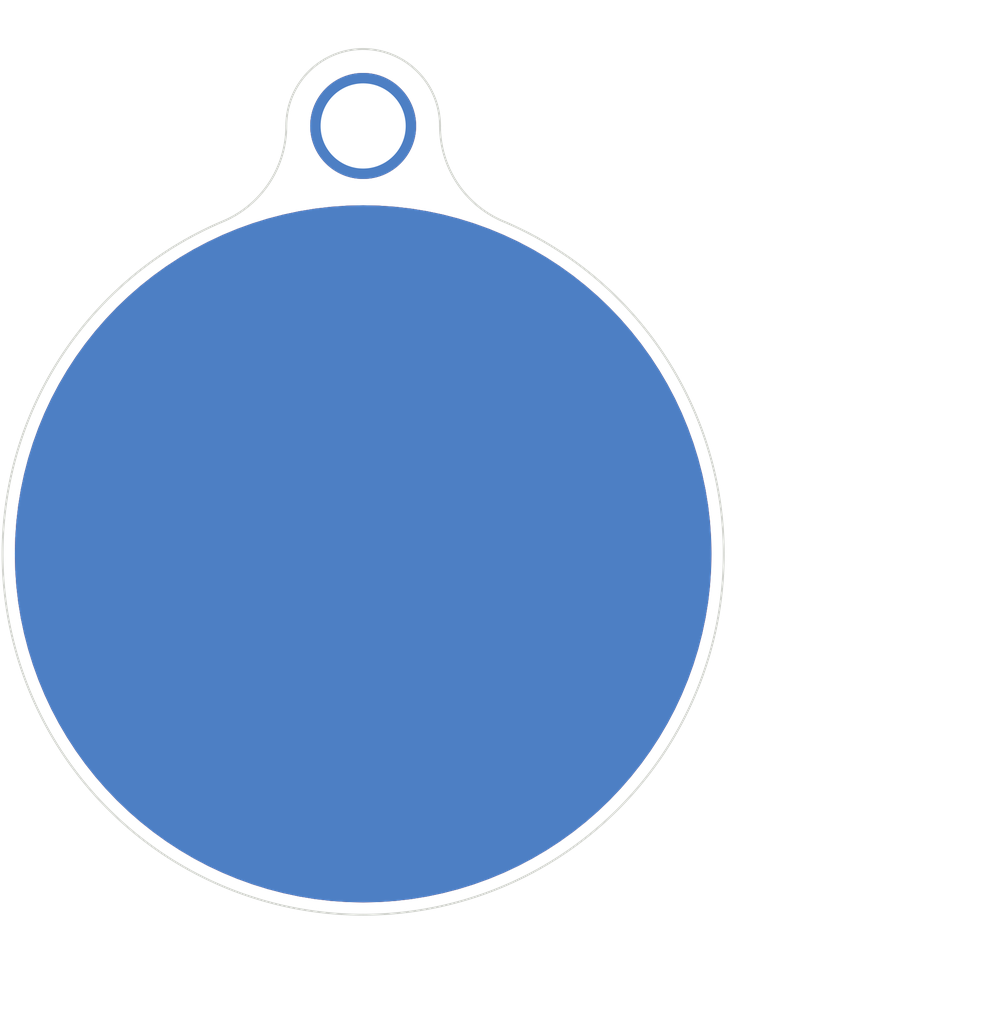
<source format=kicad_pcb>
(kicad_pcb (version 20171130) (host pcbnew "(5.1.4)-1")

  (general
    (thickness 1.6)
    (drawings 25)
    (tracks 0)
    (zones 0)
    (modules 3)
    (nets 1)
  )

  (page A)
  (title_block
    (title "Mudd PCB Keychain")
    (date 2019-08-25)
    (rev A)
    (company "Mudd ElectroMechanical Engineering Systems")
    (comment 1 "Ray Sun")
  )

  (layers
    (0 F.Cu signal)
    (31 B.Cu signal)
    (32 B.Adhes user)
    (33 F.Adhes user)
    (34 B.Paste user)
    (35 F.Paste user)
    (36 B.SilkS user)
    (37 F.SilkS user)
    (38 B.Mask user)
    (39 F.Mask user)
    (40 Dwgs.User user)
    (41 Cmts.User user)
    (42 Eco1.User user)
    (43 Eco2.User user)
    (44 Edge.Cuts user)
    (45 Margin user)
    (46 B.CrtYd user)
    (47 F.CrtYd user)
    (48 B.Fab user)
    (49 F.Fab user)
  )

  (setup
    (last_trace_width 0.25)
    (trace_clearance 0.2)
    (zone_clearance 0.508)
    (zone_45_only no)
    (trace_min 0.2)
    (via_size 0.8)
    (via_drill 0.4)
    (via_min_size 0.4)
    (via_min_drill 0.3)
    (uvia_size 0.3)
    (uvia_drill 0.1)
    (uvias_allowed no)
    (uvia_min_size 0.2)
    (uvia_min_drill 0.1)
    (edge_width 0.1)
    (segment_width 0.5)
    (pcb_text_width 0.3)
    (pcb_text_size 1.5 1.5)
    (mod_edge_width 0.15)
    (mod_text_size 1 1)
    (mod_text_width 0.15)
    (pad_size 5.6 5.6)
    (pad_drill 4.5)
    (pad_to_mask_clearance 0.2)
    (solder_mask_min_width 0.25)
    (aux_axis_origin 0 0)
    (grid_origin 121.92 127)
    (visible_elements 7FFFFFFF)
    (pcbplotparams
      (layerselection 0x010f0_ffffffff)
      (usegerberextensions true)
      (usegerberattributes false)
      (usegerberadvancedattributes false)
      (creategerberjobfile false)
      (excludeedgelayer true)
      (linewidth 0.100000)
      (plotframeref false)
      (viasonmask false)
      (mode 1)
      (useauxorigin false)
      (hpglpennumber 1)
      (hpglpenspeed 20)
      (hpglpendiameter 15.000000)
      (psnegative false)
      (psa4output false)
      (plotreference true)
      (plotvalue true)
      (plotinvisibletext false)
      (padsonsilk false)
      (subtractmaskfromsilk false)
      (outputformat 1)
      (mirror false)
      (drillshape 0)
      (scaleselection 1)
      (outputdirectory "gerber/"))
  )

  (net 0 "")

  (net_class Default "This is the default net class."
    (clearance 0.2)
    (trace_width 0.25)
    (via_dia 0.8)
    (via_drill 0.4)
    (uvia_dia 0.3)
    (uvia_drill 0.1)
  )

  (module crest:blacker_mask (layer B.Cu) (tedit 0) (tstamp 5D6313BC)
    (at 140.97 107.95 180)
    (fp_text reference G*** (at 0 0) (layer B.SilkS) hide
      (effects (font (size 1.524 1.524) (thickness 0.3)) (justify mirror))
    )
    (fp_text value LOGO (at 0.75 0) (layer B.SilkS) hide
      (effects (font (size 1.524 1.524) (thickness 0.3)) (justify mirror))
    )
    (fp_poly (pts (xy -2.397635 3.885203) (xy -2.043818 3.865236) (xy -1.620315 3.835786) (xy -1.158603 3.799616)
      (xy -0.690164 3.759487) (xy -0.246474 3.718163) (xy 0.140986 3.678406) (xy 0.440738 3.642978)
      (xy 0.621302 3.61464) (xy 0.659025 3.602531) (xy 0.633361 3.521742) (xy 0.502207 3.377492)
      (xy 0.300851 3.200422) (xy 0.064578 3.021175) (xy -0.171323 2.870393) (xy -0.20617 2.851227)
      (xy -0.349271 2.781139) (xy -0.494343 2.732365) (xy -0.673188 2.701894) (xy -0.917606 2.686718)
      (xy -1.259397 2.683825) (xy -1.730363 2.690207) (xy -1.877909 2.693014) (xy -2.646388 2.693859)
      (xy -3.342234 2.666588) (xy -3.94309 2.613362) (xy -4.426598 2.536343) (xy -4.7704 2.437695)
      (xy -4.838131 2.406727) (xy -5.028033 2.340275) (xy -5.262148 2.298005) (xy -5.483938 2.284469)
      (xy -5.636862 2.304223) (xy -5.672667 2.339506) (xy -5.607657 2.516211) (xy -5.434621 2.749744)
      (xy -5.186551 3.003188) (xy -4.896436 3.239627) (xy -4.822395 3.290959) (xy -4.230005 3.597413)
      (xy -3.542929 3.801818) (xy -2.811007 3.890361) (xy -2.650287 3.892925) (xy -2.397635 3.885203)) (layer B.Mask) (width 0.01))
    (fp_poly (pts (xy -1.971334 1.536888) (xy -1.927333 1.461094) (xy -1.925888 1.269671) (xy -1.931179 1.185333)
      (xy -1.939268 0.996034) (xy -1.948159 0.665448) (xy -1.957317 0.221614) (xy -1.966209 -0.307427)
      (xy -1.9743 -0.893635) (xy -1.979531 -1.354667) (xy -1.989676 -2.103045) (xy -2.005167 -2.705537)
      (xy -2.029128 -3.185576) (xy -2.064685 -3.566594) (xy -2.114962 -3.872024) (xy -2.183086 -4.1253)
      (xy -2.272182 -4.349853) (xy -2.385375 -4.569117) (xy -2.415234 -4.621415) (xy -2.568932 -4.842712)
      (xy -2.776607 -5.08647) (xy -3.001442 -5.315803) (xy -3.206621 -5.493823) (xy -3.355327 -5.583645)
      (xy -3.379986 -5.588) (xy -3.519925 -5.615924) (xy -3.602213 -5.643538) (xy -3.691592 -5.658312)
      (xy -3.718182 -5.582599) (xy -3.693871 -5.379946) (xy -3.691956 -5.368371) (xy -3.665981 -5.152157)
      (xy -3.636951 -4.814623) (xy -3.608574 -4.403647) (xy -3.586469 -4.006667) (xy -3.535969 -2.975668)
      (xy -3.762345 -2.749292) (xy -3.948334 -2.597874) (xy -4.131106 -2.558742) (xy -4.281801 -2.577898)
      (xy -4.543368 -2.605533) (xy -4.668501 -2.550562) (xy -4.677072 -2.395508) (xy -4.639882 -2.262962)
      (xy -4.421304 -1.860538) (xy -4.081492 -1.544126) (xy -3.960677 -1.472746) (xy -3.789887 -1.359312)
      (xy -3.663522 -1.202962) (xy -3.567395 -0.970998) (xy -3.487318 -0.630724) (xy -3.420737 -0.228294)
      (xy -3.321724 0.308831) (xy -3.198619 0.70674) (xy -3.035947 0.995332) (xy -2.818234 1.204507)
      (xy -2.617729 1.32321) (xy -2.3609 1.43959) (xy -2.141943 1.520426) (xy -2.074333 1.537504)
      (xy -1.971334 1.536888)) (layer B.Mask) (width 0.01))
    (fp_poly (pts (xy 2.185192 3.428725) (xy 2.201333 3.426234) (xy 2.841271 3.265696) (xy 3.364648 3.014055)
      (xy 3.75924 2.679903) (xy 4.012823 2.271829) (xy 4.065046 2.116666) (xy 4.113006 1.89876)
      (xy 4.119337 1.701056) (xy 4.078999 1.465236) (xy 3.986955 1.132976) (xy 3.977263 1.100666)
      (xy 3.857025 0.692599) (xy 3.792838 0.417904) (xy 3.792203 0.24773) (xy 3.862622 0.153225)
      (xy 4.011597 0.105537) (xy 4.243662 0.076136) (xy 4.819877 -0.064518) (xy 5.329687 -0.344543)
      (xy 5.704933 -0.703273) (xy 5.91514 -1.089569) (xy 6.007713 -1.581754) (xy 5.982452 -2.183481)
      (xy 5.839159 -2.898405) (xy 5.577633 -3.730179) (xy 5.532993 -3.852334) (xy 5.394226 -4.190796)
      (xy 5.24257 -4.46031) (xy 5.049035 -4.690221) (xy 4.784629 -4.909872) (xy 4.420364 -5.148609)
      (xy 4.021667 -5.382135) (xy 3.609949 -5.624039) (xy 3.185547 -5.885246) (xy 2.809783 -6.127496)
      (xy 2.625828 -6.253017) (xy 2.076656 -6.641107) (xy 0.974828 -6.697356) (xy -0.098044 -6.749826)
      (xy -1.021886 -6.790144) (xy -1.793541 -6.818234) (xy -2.409854 -6.834022) (xy -2.867669 -6.837434)
      (xy -3.163831 -6.828395) (xy -3.295183 -6.806831) (xy -3.302 -6.7984) (xy -3.230122 -6.65915)
      (xy -3.039908 -6.485407) (xy -2.769492 -6.307422) (xy -2.530816 -6.186608) (xy -1.94663 -5.978215)
      (xy -1.27367 -5.834507) (xy -0.494952 -5.753838) (xy 0.406509 -5.734564) (xy 1.4477 -5.775038)
      (xy 1.608667 -5.78559) (xy 2.582333 -5.852316) (xy 3.299807 -5.399982) (xy 4.017282 -4.947647)
      (xy 4.289061 -4.084595) (xy 4.446148 -3.535766) (xy 4.583311 -2.961304) (xy 4.693898 -2.398969)
      (xy 4.771254 -1.886521) (xy 4.808722 -1.46172) (xy 4.801636 -1.176125) (xy 4.672565 -0.741995)
      (xy 4.420543 -0.42256) (xy 4.051198 -0.222331) (xy 3.570158 -0.145817) (xy 3.514817 -0.145143)
      (xy 3.32186 -0.152531) (xy 3.138324 -0.182246) (xy 2.940821 -0.245614) (xy 2.705965 -0.353963)
      (xy 2.410369 -0.518619) (xy 2.030646 -0.750908) (xy 1.543411 -1.062157) (xy 1.312333 -1.211849)
      (xy 0.211667 -1.926494) (xy 0.143354 -2.888083) (xy 0.091183 -3.456196) (xy 0.01666 -3.88883)
      (xy -0.09514 -4.219674) (xy -0.259141 -4.48242) (xy -0.490265 -4.710757) (xy -0.748555 -4.901536)
      (xy -1.083792 -5.117425) (xy -1.302189 -5.228303) (xy -1.415706 -5.239095) (xy -1.439218 -5.185834)
      (xy -1.42493 -5.078689) (xy -1.38691 -4.847539) (xy -1.332254 -4.534881) (xy -1.308441 -4.402667)
      (xy -1.266061 -4.095975) (xy -1.223167 -3.653327) (xy -1.182167 -3.108076) (xy -1.145466 -2.493574)
      (xy -1.115472 -1.843175) (xy -1.106847 -1.608667) (xy -1.07611 -0.798504) (xy -1.038033 -0.134563)
      (xy -1.034098 -0.096293) (xy 0.003929 -0.096293) (xy 0.011277 -0.591188) (xy 0.039446 -0.991782)
      (xy 0.08731 -1.276478) (xy 0.153742 -1.423683) (xy 0.188157 -1.439334) (xy 0.280691 -1.393562)
      (xy 0.488994 -1.266273) (xy 0.789727 -1.072501) (xy 1.159552 -0.827285) (xy 1.572719 -0.547308)
      (xy 1.99268 -0.253718) (xy 2.367664 0.020005) (xy 2.67335 0.25518) (xy 2.885418 0.433124)
      (xy 2.978042 0.532192) (xy 3.030072 0.711827) (xy 3.065458 0.996367) (xy 3.07622 1.297033)
      (xy 3.040465 1.742661) (xy 2.926392 2.067328) (xy 2.713224 2.309332) (xy 2.433933 2.480974)
      (xy 2.113619 2.623263) (xy 1.848075 2.685551) (xy 1.593237 2.661851) (xy 1.305044 2.546176)
      (xy 0.939431 2.332539) (xy 0.830796 2.26314) (xy 0.111387 1.799043) (xy 0.056201 1.090021)
      (xy 0.018528 0.471308) (xy 0.003929 -0.096293) (xy -1.034098 -0.096293) (xy -0.982416 0.406246)
      (xy -0.899062 0.847011) (xy -0.777769 1.210819) (xy -0.608341 1.520759) (xy -0.380576 1.79992)
      (xy -0.084275 2.071389) (xy 0.290759 2.358254) (xy 0.754728 2.683605) (xy 0.804333 2.717719)
      (xy 1.227223 3.00562) (xy 1.538368 3.208189) (xy 1.763752 3.338605) (xy 1.929361 3.410048)
      (xy 2.061179 3.435695) (xy 2.185192 3.428725)) (layer B.Mask) (width 0.01))
    (fp_poly (pts (xy 5.401277 -13.089378) (xy 5.460544 -13.206564) (xy 5.476967 -13.39308) (xy 5.36938 -13.514758)
      (xy 5.117391 -13.591851) (xy 5.063153 -13.601265) (xy 4.861397 -13.620846) (xy 4.766105 -13.568709)
      (xy 4.718961 -13.41214) (xy 4.718104 -13.407691) (xy 4.690047 -13.232597) (xy 4.719531 -13.141322)
      (xy 4.844718 -13.095953) (xy 5.064141 -13.063923) (xy 5.287251 -13.047083) (xy 5.401277 -13.089378)) (layer B.Mask) (width 0.01))
    (fp_poly (pts (xy -4.746899 -13.165469) (xy -4.605015 -13.27245) (xy -4.599339 -13.411122) (xy -4.723782 -13.514058)
      (xy -4.965552 -13.529885) (xy -5.176741 -13.490055) (xy -5.285527 -13.406019) (xy -5.276533 -13.282241)
      (xy -5.174108 -13.171025) (xy -5.006625 -13.12463) (xy -4.746899 -13.165469)) (layer B.Mask) (width 0.01))
    (fp_poly (pts (xy -4.811042 -13.841657) (xy -4.645402 -13.944066) (xy -4.591257 -14.077055) (xy -4.612041 -14.135625)
      (xy -4.726901 -14.193816) (xy -4.928965 -14.221557) (xy -5.138208 -14.215008) (xy -5.274606 -14.170331)
      (xy -5.277556 -14.167556) (xy -5.326045 -14.043052) (xy -5.334 -13.955889) (xy -5.29275 -13.845868)
      (xy -5.142066 -13.803554) (xy -5.048034 -13.800667) (xy -4.811042 -13.841657)) (layer B.Mask) (width 0.01))
    (fp_poly (pts (xy -1.71922 -13.596547) (xy -1.622257 -13.762317) (xy -1.538766 -13.984898) (xy -1.56097 -14.098544)
      (xy -1.703716 -14.137221) (xy -1.787059 -14.139334) (xy -1.964366 -14.123223) (xy -2.008849 -14.057859)
      (xy -1.989119 -13.991167) (xy -1.911395 -13.777877) (xy -1.88552 -13.694834) (xy -1.812618 -13.561793)
      (xy -1.71922 -13.596547)) (layer B.Mask) (width 0.01))
    (fp_poly (pts (xy 3.132667 10.117666) (xy 3.090333 10.075333) (xy 3.048 10.117666) (xy 3.090333 10.16)
      (xy 3.132667 10.117666)) (layer B.Mask) (width 0.01))
    (fp_poly (pts (xy -3.132667 9.948333) (xy -3.175 9.906) (xy -3.217333 9.948333) (xy -3.175 9.990666)
      (xy -3.132667 9.948333)) (layer B.Mask) (width 0.01))
    (fp_poly (pts (xy 0.003234 15.189987) (xy 0.091858 15.106276) (xy 0.33309 14.813122) (xy 0.567118 14.422957)
      (xy 0.76864 13.990728) (xy 0.91235 13.571385) (xy 0.972943 13.219876) (xy 0.973457 13.19191)
      (xy 0.983516 12.955798) (xy 1.008898 12.808926) (xy 1.026827 12.784929) (xy 1.132469 12.81463)
      (xy 1.327888 12.88862) (xy 1.383941 12.911667) (xy 1.855684 13.036919) (xy 2.28025 13.005909)
      (xy 2.643288 12.823373) (xy 2.930443 12.494047) (xy 2.993115 12.380553) (xy 3.164887 11.999623)
      (xy 3.247297 11.689679) (xy 3.248843 11.383515) (xy 3.178025 11.013925) (xy 3.17001 10.981681)
      (xy 3.072071 10.611343) (xy 2.99115 10.390912) (xy 2.907183 10.305075) (xy 2.800106 10.338516)
      (xy 2.649854 10.47592) (xy 2.589849 10.538845) (xy 2.404147 10.724367) (xy 2.255984 10.814075)
      (xy 2.073941 10.833822) (xy 1.829858 10.813945) (xy 1.517987 10.762746) (xy 1.236748 10.685353)
      (xy 1.130449 10.641067) (xy 0.866367 10.419132) (xy 0.648829 10.070358) (xy 0.498659 9.635277)
      (xy 0.445376 9.307793) (xy 0.399815 8.805333) (xy -0.05675 8.805333) (xy -0.361004 8.825064)
      (xy -0.524994 8.881508) (xy -0.546394 8.911166) (xy -0.580712 9.058734) (xy -0.624416 9.292243)
      (xy -0.635094 9.355666) (xy -0.783195 9.907822) (xy -1.021208 10.326723) (xy -1.343585 10.606344)
      (xy -1.744778 10.740656) (xy -1.920655 10.75235) (xy -2.357977 10.706351) (xy -2.658342 10.565992)
      (xy -2.80963 10.371174) (xy -2.913711 10.213764) (xy -3.018364 10.211224) (xy -3.131128 10.368116)
      (xy -3.23935 10.631256) (xy -3.352282 11.145999) (xy -3.338191 11.658978) (xy -3.206287 12.133042)
      (xy -2.965784 12.531041) (xy -2.710614 12.7635) (xy -2.438149 12.907538) (xy -2.173955 12.940411)
      (xy -1.867837 12.861279) (xy -1.61428 12.745178) (xy -1.20219 12.536356) (xy -1.293083 12.777158)
      (xy -1.329967 12.929263) (xy -1.320312 13.108732) (xy -1.25706 13.359706) (xy -1.148023 13.68448)
      (xy -0.905564 14.29493) (xy -0.656683 14.78115) (xy -0.411604 15.124052) (xy -0.336452 15.199671)
      (xy -0.222083 15.289285) (xy -0.12786 15.290201) (xy 0.003234 15.189987)) (layer B.Mask) (width 0.01))
    (fp_poly (pts (xy 9.148798 13.765732) (xy 9.697884 13.622437) (xy 10.19553 13.334427) (xy 10.368477 13.193119)
      (xy 10.646835 12.930975) (xy 10.848964 12.685525) (xy 10.986569 12.422232) (xy 11.071357 12.106557)
      (xy 11.115032 11.703962) (xy 11.129301 11.179908) (xy 11.129469 10.947742) (xy 11.125271 9.745817)
      (xy 11.444751 9.691841) (xy 11.887364 9.535158) (xy 12.326725 9.221196) (xy 12.747234 8.761556)
      (xy 12.811801 8.675163) (xy 13.124962 8.287306) (xy 13.486753 7.906115) (xy 13.857543 7.568749)
      (xy 14.197702 7.312369) (xy 14.372167 7.212124) (xy 14.55366 7.107633) (xy 14.644814 7.020362)
      (xy 14.647333 7.009556) (xy 14.57369 6.9121) (xy 14.394796 6.847518) (xy 14.173702 6.830028)
      (xy 13.998546 6.863242) (xy 13.814052 6.90454) (xy 13.706706 6.882313) (xy 13.684263 6.754138)
      (xy 13.732269 6.529456) (xy 13.832414 6.255969) (xy 13.966386 5.981374) (xy 14.115875 5.753371)
      (xy 14.159507 5.702785) (xy 14.340758 5.443675) (xy 14.359657 5.227253) (xy 14.216052 5.055658)
      (xy 14.205594 5.048916) (xy 14.082098 5.013489) (xy 13.90267 5.050843) (xy 13.626431 5.170213)
      (xy 13.589885 5.188008) (xy 13.257221 5.330268) (xy 12.987507 5.406014) (xy 12.806785 5.411701)
      (xy 12.741094 5.343783) (xy 12.749931 5.302397) (xy 12.732015 5.171601) (xy 12.638841 4.956896)
      (xy 12.538334 4.782121) (xy 12.292833 4.337687) (xy 12.133753 3.925955) (xy 12.071153 3.579388)
      (xy 12.099335 3.365371) (xy 12.238355 3.147066) (xy 12.445339 2.967633) (xy 12.656034 2.880481)
      (xy 12.684876 2.878666) (xy 12.950161 2.94634) (xy 13.232937 3.121248) (xy 13.470994 3.36122)
      (xy 13.532502 3.453233) (xy 13.758751 3.806892) (xy 13.947583 4.030126) (xy 14.089041 4.112548)
      (xy 14.144963 4.092237) (xy 14.203056 3.964254) (xy 14.257049 3.732461) (xy 14.278231 3.588798)
      (xy 14.327962 3.168896) (xy 14.606181 3.447114) (xy 14.845339 3.624968) (xy 15.10316 3.724296)
      (xy 15.326849 3.73043) (xy 15.43035 3.676094) (xy 15.438105 3.561756) (xy 15.368497 3.358801)
      (xy 15.244574 3.114964) (xy 15.089383 2.877981) (xy 14.984022 2.751666) (xy 14.743423 2.497666)
      (xy 14.949378 2.260112) (xy 15.121938 1.958654) (xy 15.127452 1.638768) (xy 15.085882 1.50913)
      (xy 15.027201 1.415696) (xy 14.9348 1.441051) (xy 14.859 1.495242) (xy 14.785344 1.541074)
      (xy 14.689829 1.571937) (xy 14.549361 1.587559) (xy 14.340847 1.587665) (xy 14.041194 1.571982)
      (xy 13.62731 1.540237) (xy 13.076101 1.492155) (xy 12.846254 1.471397) (xy 12.525559 1.449407)
      (xy 12.309 1.462852) (xy 12.133026 1.523605) (xy 11.93766 1.641175) (xy 11.725731 1.813826)
      (xy 11.581988 1.990696) (xy 11.554988 2.053327) (xy 11.543043 2.221045) (xy 11.551835 2.505805)
      (xy 11.57923 2.856865) (xy 11.595054 3.005666) (xy 11.636758 3.435863) (xy 11.667878 3.884748)
      (xy 11.68277 4.267656) (xy 11.683305 4.329518) (xy 11.692365 4.640706) (xy 11.733421 4.870801)
      (xy 11.828676 5.08911) (xy 12.000334 5.364943) (xy 12.028629 5.407456) (xy 12.188783 5.67063)
      (xy 12.291611 5.886178) (xy 12.317366 6.011841) (xy 12.314328 6.018892) (xy 12.187442 6.074869)
      (xy 11.94032 6.063846) (xy 11.934203 6.06288) (xy 11.613007 6.011519) (xy 11.527761 6.411209)
      (xy 11.483993 6.64743) (xy 11.496054 6.800582) (xy 11.587131 6.936957) (xy 11.774924 7.117777)
      (xy 11.981919 7.333012) (xy 12.081408 7.518885) (xy 12.107331 7.739134) (xy 12.107333 7.742097)
      (xy 12.03497 8.152197) (xy 11.829158 8.47711) (xy 11.50681 8.709526) (xy 11.084842 8.842133)
      (xy 10.580169 8.867619) (xy 10.009704 8.778672) (xy 9.826479 8.728039) (xy 9.330028 8.535231)
      (xy 8.95135 8.300128) (xy 8.90747 8.262629) (xy 8.515191 7.967934) (xy 8.075337 7.727547)
      (xy 7.690403 7.5898) (xy 7.523275 7.503309) (xy 7.291777 7.32541) (xy 7.042615 7.092506)
      (xy 7.01307 7.06188) (xy 6.77401 6.821399) (xy 6.560062 6.624288) (xy 6.413018 6.508785)
      (xy 6.400687 6.501591) (xy 6.311677 6.464663) (xy 6.27075 6.500202) (xy 6.269339 6.640642)
      (xy 6.29633 6.896763) (xy 6.360328 7.236906) (xy 6.460302 7.566725) (xy 6.520809 7.70756)
      (xy 6.639311 7.953316) (xy 6.671435 8.10288) (xy 6.609312 8.210095) (xy 6.445071 8.328802)
      (xy 6.428423 8.339666) (xy 6.203831 8.536025) (xy 6.03607 8.775277) (xy 5.940031 9.017783)
      (xy 5.930605 9.223899) (xy 6.022684 9.353984) (xy 6.043783 9.36359) (xy 6.191954 9.361618)
      (xy 6.414463 9.300836) (xy 6.477456 9.276266) (xy 6.852343 9.168102) (xy 7.198145 9.155372)
      (xy 7.462813 9.239325) (xy 7.48159 9.252187) (xy 7.59002 9.398162) (xy 7.687203 9.636841)
      (xy 7.714359 9.739021) (xy 7.802018 9.988388) (xy 7.937597 10.230508) (xy 8.091025 10.425316)
      (xy 8.23223 10.532748) (xy 8.310289 10.532993) (xy 8.352476 10.429175) (xy 8.378253 10.215885)
      (xy 8.382 10.085095) (xy 8.436406 9.712049) (xy 8.603582 9.464309) (xy 8.889462 9.335805)
      (xy 9.136393 9.313333) (xy 9.537275 9.371976) (xy 9.859308 9.559028) (xy 10.12679 9.891171)
      (xy 10.217574 10.055711) (xy 10.350795 10.304576) (xy 10.461578 10.486095) (xy 10.515132 10.551176)
      (xy 10.580727 10.65632) (xy 10.497583 10.762283) (xy 10.443171 10.788335) (xy 10.272557 10.771017)
      (xy 10.105342 10.656421) (xy 9.942183 10.533749) (xy 9.795622 10.528605) (xy 9.695171 10.567546)
      (xy 9.543372 10.669077) (xy 9.479743 10.772469) (xy 9.526113 10.833724) (xy 9.561305 10.837333)
      (xy 9.664141 10.891105) (xy 9.837552 11.02792) (xy 9.942305 11.122497) (xy 10.177154 11.403792)
      (xy 10.256173 11.672448) (xy 10.177984 11.949254) (xy 9.941214 12.254995) (xy 9.86218 12.333513)
      (xy 9.559906 12.585994) (xy 9.333446 12.68961) (xy 9.17911 12.645003) (xy 9.096208 12.467167)
      (xy 9.046848 12.256524) (xy 9.012585 12.1285) (xy 8.914779 12.034194) (xy 8.761551 12.037182)
      (xy 8.627691 12.126502) (xy 8.594367 12.189791) (xy 8.429061 12.446184) (xy 8.140361 12.622311)
      (xy 7.763025 12.698423) (xy 7.696383 12.7) (xy 7.289127 12.65003) (xy 6.828319 12.516641)
      (xy 6.390662 12.324617) (xy 6.215178 12.221422) (xy 6.075226 12.111678) (xy 6.067829 12.025501)
      (xy 6.123377 11.959003) (xy 6.263457 11.881721) (xy 6.419223 11.929735) (xy 6.578351 12.003902)
      (xy 6.681479 11.990723) (xy 6.784498 11.867034) (xy 6.858928 11.7475) (xy 6.988368 11.431724)
      (xy 7.026097 11.097397) (xy 6.972178 10.801389) (xy 6.857656 10.625355) (xy 6.776456 10.552592)
      (xy 6.705919 10.518105) (xy 6.610957 10.53091) (xy 6.45648 10.600026) (xy 6.2074 10.73447)
      (xy 6.011333 10.842859) (xy 5.674559 10.979979) (xy 5.356241 10.985507) (xy 5.041533 10.886738)
      (xy 4.747692 10.700796) (xy 4.54716 10.413663) (xy 4.420148 9.996308) (xy 4.414518 9.966948)
      (xy 4.374116 9.732718) (xy 4.377288 9.634736) (xy 4.435539 9.642984) (xy 4.517717 9.697618)
      (xy 4.765515 9.808815) (xy 5.001526 9.768907) (xy 5.255846 9.573846) (xy 5.457938 9.27514)
      (xy 5.495289 8.955777) (xy 5.411428 8.707142) (xy 5.319523 8.535416) (xy 5.136262 8.706432)
      (xy 4.820202 8.90509) (xy 4.484356 8.94287) (xy 4.145099 8.824321) (xy 3.818806 8.553991)
      (xy 3.610633 8.282646) (xy 3.468897 8.047484) (xy 3.348041 7.797533) (xy 3.232474 7.492803)
      (xy 3.106607 7.093299) (xy 2.994777 6.702792) (xy 2.906313 6.622071) (xy 2.857455 6.626892)
      (xy 2.801796 6.729795) (xy 2.77695 6.967722) (xy 2.781823 7.309396) (xy 2.81532 7.723542)
      (xy 2.876347 8.178883) (xy 2.920647 8.432382) (xy 3.196079 9.485583) (xy 3.599159 10.444958)
      (xy 4.120669 11.301708) (xy 4.751391 12.047033) (xy 5.482105 12.672135) (xy 6.303594 13.168214)
      (xy 7.206639 13.526471) (xy 8.182022 13.738106) (xy 8.516884 13.774163) (xy 9.148798 13.765732)) (layer B.Mask) (width 0.01))
    (fp_poly (pts (xy -8.118026 13.573741) (xy -7.570044 13.462063) (xy -6.613787 13.139212) (xy -5.757421 12.681045)
      (xy -5.00355 12.09084) (xy -4.354777 11.371878) (xy -3.813706 10.52744) (xy -3.382942 9.560805)
      (xy -3.065089 8.475254) (xy -2.901956 7.582126) (xy -2.844392 7.144785) (xy -2.816138 6.84381)
      (xy -2.816427 6.648924) (xy -2.844494 6.529851) (xy -2.874133 6.482462) (xy -2.990466 6.390195)
      (xy -3.076975 6.443469) (xy -3.142785 6.651978) (xy -3.167331 6.794039) (xy -3.293621 7.268387)
      (xy -3.516915 7.76714) (xy -3.799942 8.211531) (xy -3.889998 8.321414) (xy -4.207913 8.593679)
      (xy -4.539077 8.697897) (xy -4.889074 8.635181) (xy -5.053343 8.553302) (xy -5.253845 8.442392)
      (xy -5.36563 8.417064) (xy -5.443341 8.472776) (xy -5.478039 8.517984) (xy -5.574717 8.722402)
      (xy -5.551646 8.943892) (xy -5.420977 9.205228) (xy -5.211682 9.433701) (xy -4.957603 9.546779)
      (xy -4.70697 9.526444) (xy -4.645037 9.495052) (xy -4.485401 9.412437) (xy -4.418355 9.443464)
      (xy -4.424791 9.60869) (xy -4.442836 9.712574) (xy -4.5857 10.17548) (xy -4.819137 10.497912)
      (xy -5.151933 10.687672) (xy -5.592874 10.752558) (xy -5.614487 10.752666) (xy -5.921516 10.716889)
      (xy -6.18861 10.586809) (xy -6.309447 10.497252) (xy -6.512306 10.347474) (xy -6.643608 10.296126)
      (xy -6.757521 10.328201) (xy -6.807667 10.359242) (xy -7.010939 10.586978) (xy -7.074637 10.898133)
      (xy -6.996506 11.277045) (xy -6.954631 11.380338) (xy -6.843203 11.613381) (xy -6.745582 11.727054)
      (xy -6.611725 11.758819) (xy -6.458809 11.751536) (xy -6.223582 11.760415) (xy -6.138287 11.828706)
      (xy -6.198867 11.945384) (xy -6.401266 12.099425) (xy -6.634201 12.228117) (xy -7.151263 12.434207)
      (xy -7.622248 12.520434) (xy -8.027382 12.488512) (xy -8.346893 12.340152) (xy -8.561008 12.077067)
      (xy -8.568779 12.060522) (xy -8.701797 11.881501) (xy -8.847192 11.86129) (xy -8.980682 11.99338)
      (xy -9.059333 12.192) (xy -9.140259 12.40256) (xy -9.232823 12.521107) (xy -9.26156 12.530666)
      (xy -9.410506 12.477294) (xy -9.627181 12.343132) (xy -9.859567 12.167112) (xy -10.055643 11.988168)
      (xy -10.155599 11.861556) (xy -10.248572 11.574876) (xy -10.198695 11.302025) (xy -9.998147 11.016847)
      (xy -9.863247 10.883555) (xy -9.651627 10.674846) (xy -9.559359 10.538915) (xy -9.569402 10.448184)
      (xy -9.583847 10.431353) (xy -9.775275 10.335637) (xy -9.996627 10.404467) (xy -10.130895 10.511093)
      (xy -10.289419 10.628568) (xy -10.40669 10.620227) (xy -10.44325 10.594191) (xy -10.493637 10.519769)
      (xy -10.483271 10.401771) (xy -10.402697 10.20486) (xy -10.269303 9.944067) (xy -10.038816 9.558683)
      (xy -9.813295 9.307114) (xy -9.555173 9.159269) (xy -9.226882 9.085058) (xy -9.191549 9.080843)
      (xy -8.932701 9.06946) (xy -8.757477 9.125009) (xy -8.600104 9.256866) (xy -8.459635 9.435539)
      (xy -8.395272 9.646679) (xy -8.382 9.902151) (xy -8.366097 10.150499) (xy -8.324822 10.303073)
      (xy -8.293485 10.329333) (xy -8.130554 10.255849) (xy -7.959171 10.068348) (xy -7.815156 9.816253)
      (xy -7.736043 9.560224) (xy -7.619554 9.19668) (xy -7.410204 8.974155) (xy -7.110078 8.893455)
      (xy -6.721257 8.955386) (xy -6.446588 9.061193) (xy -6.22421 9.159238) (xy -6.075324 9.219525)
      (xy -6.044421 9.228666) (xy -6.024064 9.153255) (xy -6.012405 8.963971) (xy -6.011333 8.87475)
      (xy -6.028363 8.653333) (xy -6.100615 8.478831) (xy -6.25983 8.290843) (xy -6.378415 8.17625)
      (xy -6.745497 7.831666) (xy -6.555467 7.408333) (xy -6.428002 7.05764) (xy -6.329498 6.670033)
      (xy -6.305699 6.527837) (xy -6.24596 6.070674) (xy -6.502077 6.253045) (xy -6.696146 6.418307)
      (xy -6.934412 6.658041) (xy -7.112314 6.858375) (xy -7.308559 7.075994) (xy -7.473071 7.228678)
      (xy -7.564384 7.2814) (xy -7.728695 7.323689) (xy -7.982886 7.432425) (xy -8.275615 7.580623)
      (xy -8.555537 7.741298) (xy -8.771311 7.887463) (xy -8.847667 7.955888) (xy -9.18788 8.230979)
      (xy -9.635798 8.442156) (xy -10.142924 8.579771) (xy -10.660762 8.634179) (xy -11.140817 8.595734)
      (xy -11.486895 8.480835) (xy -11.807297 8.243035) (xy -12.015045 7.935698) (xy -12.101533 7.595728)
      (xy -12.058156 7.260028) (xy -11.876309 6.965502) (xy -11.846942 6.936696) (xy -11.699061 6.786016)
      (xy -11.629217 6.651738) (xy -11.619302 6.46982) (xy -11.645276 6.223433) (xy -11.704001 5.753412)
      (xy -11.980638 5.80531) (xy -12.188694 5.817632) (xy -12.308581 5.773819) (xy -12.310956 5.770349)
      (xy -12.294687 5.661368) (xy -12.201383 5.456311) (xy -12.050797 5.198045) (xy -12.038274 5.178544)
      (xy -11.908259 4.967661) (xy -11.81003 4.773257) (xy -11.73269 4.558599) (xy -11.665343 4.28695)
      (xy -11.597091 3.921579) (xy -11.517039 3.425749) (xy -11.515599 3.416533) (xy -11.319287 2.159468)
      (xy -11.528101 1.785447) (xy -11.718425 1.520472) (xy -11.946979 1.303373) (xy -12.027957 1.250183)
      (xy -12.160579 1.185563) (xy -12.302152 1.144203) (xy -12.480866 1.126254) (xy -12.724908 1.131867)
      (xy -13.062465 1.161191) (xy -13.521726 1.214377) (xy -13.885333 1.260088) (xy -14.276863 1.291022)
      (xy -14.565747 1.263883) (xy -14.721173 1.215485) (xy -14.916751 1.140021) (xy -15.031275 1.101821)
      (xy -15.038673 1.100666) (xy -15.058347 1.176085) (xy -15.069624 1.365413) (xy -15.070667 1.455043)
      (xy -15.020309 1.790151) (xy -14.886039 2.005946) (xy -14.701412 2.202473) (xy -14.918707 2.434737)
      (xy -15.123578 2.693026) (xy -15.283119 2.966397) (xy -15.373211 3.206447) (xy -15.375783 3.351975)
      (xy -15.257175 3.467621) (xy -15.059734 3.46492) (xy -14.816373 3.35275) (xy -14.560007 3.139988)
      (xy -14.549557 3.129101) (xy -14.224 2.78687) (xy -14.222844 3.150268) (xy -14.205566 3.474836)
      (xy -14.161599 3.729977) (xy -14.099445 3.875524) (xy -14.065286 3.894666) (xy -13.99571 3.829516)
      (xy -13.859391 3.656575) (xy -13.682515 3.409607) (xy -13.632967 3.337218) (xy -13.393519 3.001881)
      (xy -13.20331 2.789184) (xy -13.030096 2.673332) (xy -12.841631 2.628525) (xy -12.742333 2.624666)
      (xy -12.420376 2.68912) (xy -12.202336 2.869337) (xy -12.090544 3.145607) (xy -12.087329 3.498218)
      (xy -12.195023 3.907456) (xy -12.415955 4.35361) (xy -12.5191 4.512855) (xy -12.695411 4.78588)
      (xy -12.771157 4.958217) (xy -12.754212 5.059237) (xy -12.678833 5.108593) (xy -12.676642 5.138801)
      (xy -12.809848 5.156943) (xy -12.839525 5.157982) (xy -13.073984 5.119482) (xy -13.356882 5.014488)
      (xy -13.474525 4.95402) (xy -13.830095 4.787602) (xy -14.089952 4.753285) (xy -14.264083 4.850875)
      (xy -14.317168 4.937847) (xy -14.35516 5.072479) (xy -14.313291 5.199688) (xy -14.16994 5.370061)
      (xy -14.103686 5.43738) (xy -13.870213 5.73466) (xy -13.800667 5.975033) (xy -13.757504 6.201018)
      (xy -13.67795 6.345267) (xy -13.589927 6.509106) (xy -13.644724 6.617757) (xy -13.819427 6.650761)
      (xy -13.987488 6.621664) (xy -14.250074 6.58885) (xy -14.456366 6.633726) (xy -14.558795 6.74358)
      (xy -14.562667 6.775366) (xy -14.494704 6.862082) (xy -14.327413 6.974565) (xy -14.28996 6.994673)
      (xy -14.018023 7.17579) (xy -13.686814 7.456463) (xy -13.335377 7.798379) (xy -13.002758 8.163226)
      (xy -12.728 8.512692) (xy -12.696053 8.55868) (xy -12.417443 8.923807) (xy -12.136864 9.175388)
      (xy -11.793958 9.358822) (xy -11.482072 9.471779) (xy -11.049 9.611345) (xy -11.091333 9.949172)
      (xy -11.109421 10.187177) (xy -11.121534 10.533999) (xy -11.125889 10.929177) (xy -11.125016 11.091333)
      (xy -11.101035 11.618477) (xy -11.030623 12.027829) (xy -10.896641 12.368378) (xy -10.68195 12.689114)
      (xy -10.487242 12.914254) (xy -10.030551 13.290916) (xy -9.484397 13.526206) (xy -8.847361 13.620393)
      (xy -8.118026 13.573741)) (layer B.Mask) (width 0.01))
    (fp_poly (pts (xy 14.262591 -0.320813) (xy 14.289551 -0.425663) (xy 14.30614 -0.640232) (xy 14.308667 -0.776111)
      (xy 14.325701 -1.021812) (xy 14.370187 -1.165635) (xy 14.399245 -1.185334) (xy 14.515978 -1.140448)
      (xy 14.715726 -1.025594) (xy 14.855274 -0.933897) (xy 15.109962 -0.77813) (xy 15.405062 -0.626204)
      (xy 15.69901 -0.495793) (xy 15.950243 -0.404572) (xy 16.117197 -0.370215) (xy 16.156697 -0.380475)
      (xy 16.131764 -0.467538) (xy 15.993861 -0.638735) (xy 15.764318 -0.875062) (xy 15.464466 -1.157514)
      (xy 15.115633 -1.467089) (xy 14.73915 -1.784781) (xy 14.356347 -2.091588) (xy 13.988554 -2.368505)
      (xy 13.702846 -2.566728) (xy 13.335486 -2.806358) (xy 13.012249 -3.013002) (xy 12.762569 -3.16815)
      (xy 12.615878 -3.253293) (xy 12.596837 -3.262235) (xy 12.457401 -3.240024) (xy 12.32476 -3.139032)
      (xy 12.175391 -3.00418) (xy 11.937879 -2.820448) (xy 11.695102 -2.649212) (xy 11.401023 -2.446027)
      (xy 11.222064 -2.301643) (xy 11.129944 -2.184804) (xy 11.096385 -2.06425) (xy 11.09263 -1.983259)
      (xy 11.156378 -1.780322) (xy 11.357865 -1.592771) (xy 11.707736 -1.413431) (xy 12.192 -1.242671)
      (xy 12.632726 -1.084463) (xy 13.114958 -0.876576) (xy 13.53912 -0.662165) (xy 13.564091 -0.648012)
      (xy 13.858673 -0.487054) (xy 14.095252 -0.371989) (xy 14.238212 -0.319498) (xy 14.262591 -0.320813)) (layer B.Mask) (width 0.01))
    (fp_poly (pts (xy -14.119942 -0.651636) (xy -13.917227 -0.735284) (xy -13.635737 -0.869862) (xy -13.453363 -0.963557)
      (xy -13.019811 -1.172591) (xy -12.522992 -1.383599) (xy -12.059188 -1.556098) (xy -11.989644 -1.578971)
      (xy -11.523664 -1.749667) (xy -11.217154 -1.91501) (xy -11.060767 -2.082858) (xy -11.045157 -2.26107)
      (xy -11.079939 -2.343823) (xy -11.180268 -2.475572) (xy -11.366562 -2.681673) (xy -11.601165 -2.920757)
      (xy -11.63629 -2.955058) (xy -11.85982 -3.180762) (xy -12.02594 -3.364983) (xy -12.104697 -3.474072)
      (xy -12.107333 -3.484225) (xy -12.13927 -3.542634) (xy -12.24718 -3.537828) (xy -12.449215 -3.463445)
      (xy -12.763526 -3.313126) (xy -13.110105 -3.132809) (xy -13.521778 -2.903453) (xy -13.952068 -2.646087)
      (xy -14.331271 -2.403001) (xy -14.464772 -2.310895) (xy -14.740707 -2.099117) (xy -15.047389 -1.839961)
      (xy -15.357508 -1.559623) (xy -15.643757 -1.284296) (xy -15.878826 -1.040175) (xy -16.035407 -0.853453)
      (xy -16.086667 -0.75519) (xy -16.018439 -0.725791) (xy -15.816209 -0.79329) (xy -15.483657 -0.956011)
      (xy -15.024462 -1.212275) (xy -14.816667 -1.334345) (xy -14.510927 -1.513216) (xy -14.265643 -1.65149)
      (xy -14.112716 -1.73148) (xy -14.077953 -1.743842) (xy -14.082267 -1.65823) (xy -14.112373 -1.452811)
      (xy -14.156267 -1.202267) (xy -14.200353 -0.92341) (xy -14.21848 -0.717004) (xy -14.20901 -0.634121)
      (xy -14.119942 -0.651636)) (layer B.Mask) (width 0.01))
    (fp_poly (pts (xy 11.544876 -2.929731) (xy 11.836886 -3.176295) (xy 11.842742 -3.181557) (xy 12.201973 -3.583563)
      (xy 12.394646 -3.989687) (xy 12.420453 -4.393372) (xy 12.279088 -4.788061) (xy 11.970244 -5.1672)
      (xy 11.937143 -5.197702) (xy 11.734594 -5.368707) (xy 11.577751 -5.479627) (xy 11.521865 -5.503334)
      (xy 11.46135 -5.428734) (xy 11.407616 -5.2437) (xy 11.397732 -5.185834) (xy 11.366189 -4.933252)
      (xy 11.330916 -4.591035) (xy 11.303094 -4.275667) (xy 11.270644 -3.890575) (xy 11.234946 -3.496682)
      (xy 11.209712 -3.2385) (xy 11.197148 -2.964483) (xy 11.239296 -2.82254) (xy 11.350442 -2.811384)
      (xy 11.544876 -2.929731)) (layer B.Mask) (width 0.01))
    (fp_poly (pts (xy -11.14125 -3.043344) (xy -11.119862 -3.264773) (xy -11.103477 -3.599718) (xy -11.09359 -4.020278)
      (xy -11.091333 -4.360334) (xy -11.093638 -4.923076) (xy -11.106127 -5.329858) (xy -11.137163 -5.594043)
      (xy -11.19511 -5.728994) (xy -11.288329 -5.748075) (xy -11.425186 -5.664648) (xy -11.614041 -5.492078)
      (xy -11.728562 -5.378562) (xy -11.930984 -5.148681) (xy -12.073351 -4.934995) (xy -12.120101 -4.807062)
      (xy -12.100161 -4.296429) (xy -11.97267 -3.879984) (xy -11.967475 -3.869801) (xy -11.843364 -3.673862)
      (xy -11.666486 -3.444721) (xy -11.472888 -3.223157) (xy -11.298619 -3.049946) (xy -11.179725 -2.965868)
      (xy -11.166148 -2.963334) (xy -11.14125 -3.043344)) (layer B.Mask) (width 0.01))
    (fp_poly (pts (xy 12.948234 -4.254953) (xy 13.089592 -4.469847) (xy 13.272952 -4.788056) (xy 13.471428 -5.158208)
      (xy 13.658136 -5.528927) (xy 13.806188 -5.848843) (xy 13.878114 -6.031793) (xy 13.92246 -6.350708)
      (xy 13.833335 -6.668548) (xy 13.601255 -7.007947) (xy 13.365836 -7.25411) (xy 13.16223 -7.427854)
      (xy 12.884911 -7.636872) (xy 12.569783 -7.857419) (xy 12.252754 -8.065752) (xy 11.969728 -8.238127)
      (xy 11.756613 -8.350801) (xy 11.660208 -8.382) (xy 11.522854 -8.429053) (xy 11.284704 -8.55508)
      (xy 10.980379 -8.737388) (xy 10.644498 -8.953283) (xy 10.311681 -9.18007) (xy 10.016546 -9.395055)
      (xy 9.793714 -9.575543) (xy 9.702612 -9.665276) (xy 9.512914 -9.876884) (xy 9.39559 -9.971475)
      (xy 9.319872 -9.966334) (xy 9.271789 -9.907278) (xy 9.178271 -9.827527) (xy 8.97666 -9.69103)
      (xy 8.706399 -9.524142) (xy 8.638519 -9.484138) (xy 8.22056 -9.225909) (xy 7.884133 -8.989821)
      (xy 7.650494 -8.79246) (xy 7.5409 -8.650408) (xy 7.535333 -8.623406) (xy 7.589844 -8.526043)
      (xy 7.733781 -8.344673) (xy 7.937745 -8.115935) (xy 7.970288 -8.081296) (xy 8.453098 -7.644541)
      (xy 9.083769 -7.193719) (xy 9.842948 -6.741469) (xy 10.660222 -6.324558) (xy 11.058155 -6.129295)
      (xy 11.437349 -5.931982) (xy 11.749158 -5.758536) (xy 11.914847 -5.656118) (xy 12.284962 -5.315565)
      (xy 12.57483 -4.874823) (xy 12.742197 -4.39872) (xy 12.745364 -4.381953) (xy 12.803342 -4.064906)
      (xy 12.948234 -4.254953)) (layer B.Mask) (width 0.01))
    (fp_poly (pts (xy -12.446421 -4.512705) (xy -12.422602 -4.823466) (xy -12.3412 -5.099292) (xy -12.186259 -5.356083)
      (xy -11.941822 -5.609741) (xy -11.591933 -5.876165) (xy -11.120638 -6.171255) (xy -10.51198 -6.510913)
      (xy -10.359399 -6.592485) (xy -9.914039 -6.83294) (xy -9.48432 -7.071636) (xy -9.109842 -7.286117)
      (xy -8.830207 -7.453928) (xy -8.75391 -7.502868) (xy -8.452797 -7.727166) (xy -8.14644 -7.996311)
      (xy -7.864118 -8.27937) (xy -7.635111 -8.545408) (xy -7.488698 -8.763493) (xy -7.450667 -8.879725)
      (xy -7.525202 -9.03439) (xy -7.753232 -9.224444) (xy -7.917787 -9.329293) (xy -8.25808 -9.536639)
      (xy -8.621792 -9.762875) (xy -8.814177 -9.884834) (xy -9.043403 -10.030146) (xy -9.205559 -10.129869)
      (xy -9.260135 -10.16) (xy -9.309414 -10.095536) (xy -9.408003 -9.937782) (xy -9.423176 -9.912245)
      (xy -9.57795 -9.703493) (xy -9.805831 -9.490916) (xy -10.127346 -9.259895) (xy -10.563024 -8.995811)
      (xy -11.13339 -8.684047) (xy -11.188718 -8.654892) (xy -11.859761 -8.298056) (xy -12.39374 -8.001374)
      (xy -12.80596 -7.751122) (xy -13.111722 -7.533576) (xy -13.326331 -7.335009) (xy -13.465089 -7.141699)
      (xy -13.543301 -6.93992) (xy -13.576268 -6.715948) (xy -13.58033 -6.510002) (xy -13.562378 -6.222237)
      (xy -13.505648 -5.960691) (xy -13.392788 -5.66783) (xy -13.217936 -5.30852) (xy -13.033257 -4.964628)
      (xy -12.848943 -4.649318) (xy -12.696128 -4.414996) (xy -12.654638 -4.360334) (xy -12.446841 -4.106334)
      (xy -12.446421 -4.512705)) (layer B.Mask) (width 0.01))
    (fp_poly (pts (xy 7.886706 -9.38566) (xy 8.354486 -9.6755) (xy 8.696593 -9.893761) (xy 8.932883 -10.055432)
      (xy 9.083215 -10.175499) (xy 9.167448 -10.268953) (xy 9.205441 -10.350779) (xy 9.212534 -10.386314)
      (xy 9.15253 -10.554338) (xy 8.934114 -10.744779) (xy 8.565917 -10.952302) (xy 8.056572 -11.171571)
      (xy 7.77268 -11.276528) (xy 7.113962 -11.509629) (xy 7.057174 -11.28337) (xy 7.039741 -11.075356)
      (xy 7.050639 -10.753305) (xy 7.083974 -10.369021) (xy 7.133854 -9.974306) (xy 7.194385 -9.620962)
      (xy 7.259672 -9.360792) (xy 7.282711 -9.300993) (xy 7.385137 -9.076986) (xy 7.886706 -9.38566)) (layer B.Mask) (width 0.01))
    (fp_poly (pts (xy -7.240616 -9.434654) (xy -7.165363 -9.636778) (xy -7.09192 -9.944293) (xy -7.027528 -10.325464)
      (xy -6.979428 -10.748559) (xy -6.970701 -10.8585) (xy -6.945853 -11.234491) (xy -6.95298 -11.463898)
      (xy -7.015826 -11.569268) (xy -7.158136 -11.57315) (xy -7.403656 -11.498092) (xy -7.578657 -11.435828)
      (xy -7.981336 -11.277163) (xy -8.370423 -11.097498) (xy -8.696316 -10.921457) (xy -8.905648 -10.777007)
      (xy -8.997024 -10.632183) (xy -8.955973 -10.464201) (xy -8.775145 -10.264103) (xy -8.447188 -10.022931)
      (xy -8.122548 -9.822766) (xy -7.803767 -9.637825) (xy -7.539231 -9.488414) (xy -7.362902 -9.393483)
      (xy -7.310437 -9.369654) (xy -7.240616 -9.434654)) (layer B.Mask) (width 0.01))
    (fp_poly (pts (xy -0.043222 7.996767) (xy 0.15191 7.87039) (xy 0.42392 7.684189) (xy 0.704364 7.4858)
      (xy 1.529979 6.950409) (xy 2.397964 6.490558) (xy 3.255316 6.132778) (xy 3.683 5.994831)
      (xy 4.287148 5.870091) (xy 4.992604 5.801066) (xy 5.741082 5.787749) (xy 6.474296 5.830132)
      (xy 7.133962 5.928206) (xy 7.408333 5.995339) (xy 8.336697 6.327897) (xy 9.265128 6.784825)
      (xy 10.105195 7.317411) (xy 10.761687 7.788423) (xy 10.895867 7.471378) (xy 11.037216 7.104635)
      (xy 11.142599 6.741966) (xy 11.218316 6.345399) (xy 11.270664 5.876965) (xy 11.305944 5.298692)
      (xy 11.32066 4.910666) (xy 11.325165 3.960222) (xy 11.273442 3.01575) (xy 11.160992 2.051949)
      (xy 10.983313 1.043516) (xy 10.735905 -0.034853) (xy 10.41427 -1.208461) (xy 10.013906 -2.502609)
      (xy 9.988033 -2.582334) (xy 9.657967 -3.544276) (xy 9.333748 -4.368441) (xy 8.998651 -5.084874)
      (xy 8.635946 -5.723619) (xy 8.228907 -6.314721) (xy 7.760807 -6.888225) (xy 7.331035 -7.354636)
      (xy 6.47628 -8.167165) (xy 5.58089 -8.860703) (xy 4.604939 -9.462452) (xy 3.508498 -9.999614)
      (xy 3.344333 -10.070688) (xy 2.58868 -10.412739) (xy 1.887508 -10.76804) (xy 1.272763 -11.119031)
      (xy 0.776394 -11.448153) (xy 0.620751 -11.567636) (xy 0.401976 -11.728134) (xy 0.223316 -11.830195)
      (xy 0.155084 -11.849893) (xy 0.027073 -11.795748) (xy -0.16487 -11.663086) (xy -0.254 -11.589815)
      (xy -0.661312 -11.28074) (xy -1.1803 -10.96572) (xy -1.826111 -10.636775) (xy -2.613894 -10.285923)
      (xy -3.134567 -10.072153) (xy -3.929133 -9.737172) (xy -4.604721 -9.409949) (xy -5.207876 -9.062524)
      (xy -5.785144 -8.666936) (xy -6.38307 -8.195227) (xy -6.682786 -7.94073) (xy -7.379071 -7.27031)
      (xy -8.011096 -6.514215) (xy -8.583374 -5.662159) (xy -9.100419 -4.703854) (xy -9.566745 -3.629015)
      (xy -9.986864 -2.427355) (xy -10.365291 -1.088587) (xy -10.70654 0.397576) (xy -10.984395 1.862666)
      (xy -11.093649 2.505075) (xy -11.174697 3.024353) (xy -11.231679 3.463583) (xy -11.268737 3.865851)
      (xy -11.29001 4.274239) (xy -11.29964 4.731832) (xy -11.301746 5.164666) (xy -11.30017 5.516021)
      (xy -10.269594 5.516021) (xy -10.220226 4.049177) (xy -10.10915 2.451292) (xy -9.880785 0.916353)
      (xy -9.526645 -0.593315) (xy -9.038244 -2.11539) (xy -8.554872 -3.344344) (xy -8.045484 -4.443711)
      (xy -7.503111 -5.400613) (xy -6.910373 -6.241199) (xy -6.249886 -6.991616) (xy -5.912248 -7.319546)
      (xy -5.490903 -7.691087) (xy -5.069779 -8.018881) (xy -4.619596 -8.320403) (xy -4.111072 -8.613129)
      (xy -3.514926 -8.914535) (xy -2.801879 -9.242096) (xy -2.387239 -9.423359) (xy -1.857412 -9.655613)
      (xy -1.35576 -9.882084) (xy -0.911944 -10.088872) (xy -0.555628 -10.262081) (xy -0.316474 -10.387812)
      (xy -0.270572 -10.415096) (xy -0.046452 -10.552515) (xy 0.112738 -10.643892) (xy 0.161653 -10.666391)
      (xy 0.24411 -10.628671) (xy 0.448857 -10.523554) (xy 0.749594 -10.364859) (xy 1.120024 -10.166401)
      (xy 1.346986 -10.043653) (xy 1.80724 -9.796257) (xy 2.273074 -9.549903) (xy 2.697787 -9.32903)
      (xy 3.034678 -9.158077) (xy 3.110821 -9.120578) (xy 3.962328 -8.651396) (xy 4.808619 -8.083648)
      (xy 5.62253 -7.441893) (xy 6.376898 -6.750691) (xy 7.044559 -6.034603) (xy 7.598349 -5.318189)
      (xy 7.94959 -4.745545) (xy 8.106036 -4.417899) (xy 8.297388 -3.963839) (xy 8.510366 -3.419282)
      (xy 8.731684 -2.820145) (xy 8.94806 -2.202345) (xy 9.14621 -1.601799) (xy 9.306268 -1.077227)
      (xy 9.635731 0.149207) (xy 9.883598 1.28598) (xy 10.058683 2.386606) (xy 10.169798 3.504603)
      (xy 10.219174 4.466166) (xy 10.23249 4.956383) (xy 10.238783 5.382499) (xy 10.238097 5.718013)
      (xy 10.230475 5.936425) (xy 10.216576 6.011333) (xy 10.123074 5.968964) (xy 9.930716 5.858204)
      (xy 9.696145 5.712505) (xy 8.793654 5.233262) (xy 7.813131 4.891522) (xy 6.77768 4.688976)
      (xy 5.710407 4.627317) (xy 4.634417 4.708233) (xy 3.572815 4.933418) (xy 2.779553 5.206255)
      (xy 2.130449 5.510661) (xy 1.439382 5.905234) (xy 0.773311 6.350487) (xy 0.530984 6.532296)
      (xy 0.270405 6.72622) (xy 0.054572 6.870716) (xy -0.077478 6.940053) (xy -0.091576 6.942666)
      (xy -0.198188 6.889322) (xy -0.387035 6.749324) (xy -0.617656 6.552722) (xy -0.62256 6.548289)
      (xy -1.506644 5.854897) (xy -2.474628 5.290478) (xy -3.504232 4.862424) (xy -4.573174 4.578129)
      (xy -5.659174 4.444986) (xy -6.73995 4.470387) (xy -6.849255 4.482207) (xy -7.503099 4.576797)
      (xy -8.112679 4.709157) (xy -8.728319 4.893779) (xy -9.400341 5.145157) (xy -9.93963 5.372251)
      (xy -10.269594 5.516021) (xy -11.30017 5.516021) (xy -11.299161 5.740919) (xy -11.288642 6.179079)
      (xy -11.267707 6.510299) (xy -11.233873 6.76573) (xy -11.184659 6.976526) (xy -11.14836 7.089837)
      (xy -11.050019 7.343222) (xy -10.961085 7.524538) (xy -10.918068 7.580096) (xy -10.820576 7.553618)
      (xy -10.629153 7.441688) (xy -10.380565 7.266522) (xy -10.310709 7.213055) (xy -9.320473 6.53032)
      (xy -8.319742 6.014045) (xy -7.311347 5.664656) (xy -6.29812 5.482579) (xy -5.282892 5.468241)
      (xy -4.268494 5.622068) (xy -3.257757 5.944487) (xy -2.904785 6.097522) (xy -2.050327 6.544267)
      (xy -1.304527 7.049895) (xy -0.710532 7.5565) (xy -0.466349 7.778827) (xy -0.268298 7.947873)
      (xy -0.148764 8.036406) (xy -0.131514 8.043333) (xy -0.043222 7.996767)) (layer B.Mask) (width 0.01))
    (fp_poly (pts (xy 9.408792 -11.024129) (xy 9.476374 -11.221772) (xy 9.523741 -11.536467) (xy 9.551219 -11.928508)
      (xy 9.559133 -12.358187) (xy 9.547811 -12.785796) (xy 9.517577 -13.17163) (xy 9.468759 -13.47598)
      (xy 9.401681 -13.65914) (xy 9.387009 -13.676855) (xy 9.202997 -13.808436) (xy 8.897442 -13.974446)
      (xy 8.509855 -14.157002) (xy 8.079743 -14.338224) (xy 7.646615 -14.50023) (xy 7.365351 -14.591853)
      (xy 6.011511 -14.927826) (xy 4.53171 -15.157948) (xy 4.529667 -15.158183) (xy 4.240587 -15.181372)
      (xy 3.806648 -15.2028) (xy 3.251101 -15.222261) (xy 2.597196 -15.239547) (xy 1.868184 -15.25445)
      (xy 1.087315 -15.266765) (xy 0.27784 -15.276283) (xy -0.53699 -15.282797) (xy -1.333926 -15.286101)
      (xy -2.089715 -15.285986) (xy -2.781109 -15.282246) (xy -3.384855 -15.274674) (xy -3.877704 -15.263063)
      (xy -4.236405 -15.247205) (xy -4.360333 -15.237401) (xy -5.587732 -15.079029) (xy -6.672652 -14.868188)
      (xy -7.60896 -14.606384) (xy -8.03762 -14.435667) (xy -5.797175 -14.435667) (xy -5.375087 -14.485865)
      (xy -4.947825 -14.530762) (xy -4.655987 -14.544235) (xy -4.468328 -14.524779) (xy -4.353603 -14.470887)
      (xy -4.317328 -14.434857) (xy -4.30422 -14.397192) (xy -3.969722 -14.397192) (xy -3.968994 -14.571345)
      (xy -3.962351 -14.607872) (xy -3.868758 -14.627914) (xy -3.644804 -14.654214) (xy -3.329141 -14.682619)
      (xy -3.12084 -14.69831) (xy -2.740055 -14.721551) (xy -2.49509 -14.724597) (xy -2.353292 -14.704348)
      (xy -2.282012 -14.657702) (xy -2.259814 -14.616549) (xy -2.155335 -14.532443) (xy -1.957455 -14.482736)
      (xy -1.723341 -14.468601) (xy -1.510158 -14.491214) (xy -1.375073 -14.551749) (xy -1.354667 -14.597945)
      (xy -1.278594 -14.738747) (xy -1.054456 -14.805916) (xy -0.997215 -14.809983) (xy -0.93459 -14.796163)
      (xy -0.916088 -14.728036) (xy -0.946182 -14.577048) (xy -1.029344 -14.314641) (xy -1.112205 -14.075834)
      (xy -1.165825 -13.925702) (xy -0.762 -13.925702) (xy -0.762 -13.925845) (xy -0.756047 -14.25822)
      (xy -0.73079 -14.466003) (xy -0.675136 -14.593736) (xy -0.57799 -14.685959) (xy -0.5715 -14.690686)
      (xy -0.384127 -14.760491) (xy -0.1052 -14.795471) (xy 0.203254 -14.796039) (xy 0.479208 -14.762609)
      (xy 0.660636 -14.695593) (xy 0.67616 -14.682373) (xy 0.74821 -14.540353) (xy 0.780733 -14.391807)
      (xy 0.743049 -14.222454) (xy 0.624678 -14.143528) (xy 0.488497 -14.169492) (xy 0.399963 -14.304224)
      (xy 0.33236 -14.421284) (xy 0.179155 -14.471047) (xy 0.016985 -14.478) (xy -0.249752 -14.445468)
      (xy -0.371533 -14.345129) (xy -0.371942 -14.344075) (xy -0.416575 -14.121656) (xy -0.418926 -13.853367)
      (xy -0.38324 -13.612381) (xy -0.321733 -13.478934) (xy -0.12738 -13.386349) (xy 0.111036 -13.39314)
      (xy 0.311528 -13.491142) (xy 0.358315 -13.546667) (xy 0.503496 -13.688694) (xy 0.650373 -13.709289)
      (xy 0.747804 -13.611671) (xy 0.762 -13.521267) (xy 0.75489 -13.48533) (xy 0.994836 -13.48533)
      (xy 1.005174 -13.84271) (xy 1.021134 -14.187735) (xy 1.041313 -14.466765) (xy 1.062339 -14.637691)
      (xy 1.071235 -14.66821) (xy 1.178629 -14.721538) (xy 1.274997 -14.732) (xy 1.382881 -14.701778)
      (xy 1.430465 -14.582047) (xy 1.439333 -14.393334) (xy 1.450739 -14.181175) (xy 1.479228 -14.063252)
      (xy 1.490712 -14.054667) (xy 1.578571 -14.103521) (xy 1.757286 -14.231043) (xy 1.967439 -14.393334)
      (xy 2.214402 -14.586529) (xy 2.369033 -14.68942) (xy 2.47053 -14.718355) (xy 2.558089 -14.689678)
      (xy 2.606998 -14.660045) (xy 2.633432 -14.584795) (xy 2.544585 -14.448617) (xy 2.331832 -14.236264)
      (xy 2.130245 -14.042752) (xy 1.99103 -13.8944) (xy 1.947333 -13.830351) (xy 1.999729 -13.743751)
      (xy 2.130443 -13.580651) (xy 2.299769 -13.385973) (xy 2.467998 -13.204641) (xy 2.595421 -13.081576)
      (xy 2.632139 -13.055619) (xy 2.676762 -13.117427) (xy 2.722894 -13.318858) (xy 2.765978 -13.630311)
      (xy 2.801458 -14.022184) (xy 2.815242 -14.245099) (xy 2.834785 -14.487625) (xy 2.88098 -14.605651)
      (xy 2.985484 -14.643938) (xy 3.099683 -14.647265) (xy 3.513664 -14.628806) (xy 3.845753 -14.577681)
      (xy 4.067078 -14.500611) (xy 4.148767 -14.40432) (xy 4.148782 -14.402992) (xy 4.120424 -14.325259)
      (xy 4.010473 -14.290365) (xy 3.78187 -14.2899) (xy 3.676147 -14.29574) (xy 3.408307 -14.308084)
      (xy 3.270783 -14.292322) (xy 3.225092 -14.233798) (xy 3.231531 -14.126407) (xy 3.271683 -14.002862)
      (xy 3.377743 -13.937665) (xy 3.596434 -13.906436) (xy 3.661833 -13.901861) (xy 3.911173 -13.873748)
      (xy 4.031757 -13.818822) (xy 4.063976 -13.718226) (xy 4.064 -13.714082) (xy 4.042789 -13.61974)
      (xy 3.952063 -13.574847) (xy 3.751183 -13.566282) (xy 3.6195 -13.570554) (xy 3.358932 -13.574061)
      (xy 3.22578 -13.547225) (xy 3.178921 -13.476086) (xy 3.175 -13.419667) (xy 3.19919 -13.318059)
      (xy 3.298582 -13.261289) (xy 3.513406 -13.231715) (xy 3.6195 -13.224742) (xy 3.882458 -13.200439)
      (xy 4.016413 -13.154958) (xy 4.061662 -13.070565) (xy 4.064 -13.029115) (xy 4.056224 -12.973143)
      (xy 4.272663 -12.973143) (xy 4.287444 -13.184411) (xy 4.314756 -13.471442) (xy 4.34957 -13.788211)
      (xy 4.386856 -14.088688) (xy 4.421586 -14.326846) (xy 4.446621 -14.450261) (xy 4.540024 -14.51197)
      (xy 4.646767 -14.505121) (xy 4.789794 -14.392749) (xy 4.842447 -14.194193) (xy 4.877752 -14.016803)
      (xy 4.97313 -13.934664) (xy 5.182812 -13.901666) (xy 5.186915 -13.901325) (xy 5.398474 -13.896572)
      (xy 5.500981 -13.9544) (xy 5.552816 -14.112111) (xy 5.558209 -14.138545) (xy 5.621525 -14.324342)
      (xy 5.731507 -14.380334) (xy 5.789961 -14.37628) (xy 5.920502 -14.285849) (xy 5.949206 -14.085106)
      (xy 5.872122 -13.801911) (xy 5.871603 -13.800667) (xy 5.839282 -13.628933) (xy 5.836596 -13.400437)
      (xy 5.81982 -13.044945) (xy 5.712003 -12.828961) (xy 5.585926 -12.759592) (xy 5.440058 -12.750218)
      (xy 5.194061 -12.759519) (xy 4.90134 -12.782439) (xy 4.615304 -12.813921) (xy 4.38936 -12.848909)
      (xy 4.276914 -12.882346) (xy 4.275443 -12.883668) (xy 4.272663 -12.973143) (xy 4.056224 -12.973143)
      (xy 4.051959 -12.942452) (xy 3.992 -12.896512) (xy 3.848368 -12.884351) (xy 3.585309 -12.899023)
      (xy 3.450167 -12.909894) (xy 2.95731 -12.9522) (xy 2.601391 -12.990671) (xy 2.350529 -13.034678)
      (xy 2.172842 -13.093593) (xy 2.03645 -13.176788) (xy 1.909473 -13.293635) (xy 1.81949 -13.389255)
      (xy 1.604491 -13.590274) (xy 1.462275 -13.640915) (xy 1.382815 -13.538502) (xy 1.356084 -13.280363)
      (xy 1.355963 -13.265612) (xy 1.33206 -13.095674) (xy 1.236822 -13.048086) (xy 1.166601 -13.053945)
      (xy 1.077776 -13.075793) (xy 1.024136 -13.132515) (xy 0.998787 -13.257798) (xy 0.994836 -13.48533)
      (xy 0.75489 -13.48533) (xy 0.721708 -13.317625) (xy 0.5842 -13.193203) (xy 0.324525 -13.133813)
      (xy 0.062167 -13.123334) (xy -0.316778 -13.135406) (xy -0.557824 -13.191647) (xy -0.691814 -13.322088)
      (xy -0.749592 -13.556762) (xy -0.762 -13.925702) (xy -1.165825 -13.925702) (xy -1.263613 -13.651903)
      (xy -1.376897 -13.362622) (xy -1.468451 -13.182324) (xy -1.554671 -13.085344) (xy -1.65195 -13.046014)
      (xy -1.774697 -13.038667) (xy -1.898349 -13.050806) (xy -1.99429 -13.107851) (xy -2.086351 -13.240742)
      (xy -2.198362 -13.48042) (xy -2.296373 -13.716) (xy -2.57331 -14.393334) (xy -3.580981 -14.393334)
      (xy -3.525663 -13.673667) (xy -3.500542 -13.325611) (xy -3.495345 -13.112998) (xy -3.516881 -13.002446)
      (xy -3.571958 -12.960574) (xy -3.667384 -12.954001) (xy -3.672438 -12.954) (xy -3.766433 -12.962574)
      (xy -3.828974 -13.009251) (xy -3.870258 -13.125465) (xy -3.900484 -13.34265) (xy -3.92985 -13.69224)
      (xy -3.935266 -13.76411) (xy -3.958068 -14.115283) (xy -3.969722 -14.397192) (xy -4.30422 -14.397192)
      (xy -4.250925 -14.244053) (xy -4.256569 -13.969206) (xy -4.267876 -13.74542) (xy -4.2405 -13.601779)
      (xy -4.225275 -13.58402) (xy -4.15376 -13.453536) (xy -4.167288 -13.255654) (xy -4.255756 -13.063054)
      (xy -4.305373 -13.007761) (xy -4.492006 -12.913524) (xy -4.809951 -12.860098) (xy -5.044591 -12.846472)
      (xy -5.627104 -12.827) (xy -5.686415 -13.292667) (xy -5.726261 -13.631846) (xy -5.760161 -13.964843)
      (xy -5.77145 -14.097) (xy -5.797175 -14.435667) (xy -8.03762 -14.435667) (xy -8.390521 -14.295122)
      (xy -8.572399 -14.203758) (xy -8.823926 -14.053954) (xy -9.005324 -13.891812) (xy -9.125443 -13.689163)
      (xy -9.19313 -13.417839) (xy -9.217234 -13.049669) (xy -9.206604 -12.556485) (xy -9.190067 -12.237455)
      (xy -9.164502 -11.839095) (xy -9.138106 -11.504155) (xy -9.113997 -11.267924) (xy -9.095365 -11.165804)
      (xy -9.008482 -11.172903) (xy -8.811555 -11.24508) (xy -8.543831 -11.3675) (xy -8.487688 -11.395474)
      (xy -7.755541 -11.700397) (xy -6.862656 -11.957489) (xy -5.810814 -12.166456) (xy -4.601799 -12.327006)
      (xy -3.237394 -12.438848) (xy -1.735667 -12.501296) (xy -0.047938 -12.518488) (xy 1.541158 -12.486423)
      (xy 3.022503 -12.406195) (xy 4.386977 -12.278896) (xy 5.625463 -12.105621) (xy 6.728842 -11.887464)
      (xy 7.687995 -11.625517) (xy 8.493804 -11.320874) (xy 8.628849 -11.258242) (xy 8.986248 -11.094389)
      (xy 9.220597 -11.007708) (xy 9.355695 -10.991055) (xy 9.408792 -11.024129)) (layer B.Mask) (width 0.01))
  )

  (module MountingHole:MountingHole_3.2mm_M3_DIN965_Pad (layer F.Cu) (tedit 5C64A5B3) (tstamp 5C63A13F)
    (at 140.97 85.344)
    (descr "Mounting Hole 3.2mm, M3, DIN965")
    (tags "mounting hole 3.2mm m3 din965")
    (attr virtual)
    (fp_text reference REF** (at 0 -3.8) (layer F.SilkS) hide
      (effects (font (size 1 1) (thickness 0.15)))
    )
    (fp_text value MountingHole_3.2mm_M3_DIN965_Pad (at 0 3.8) (layer F.Fab) hide
      (effects (font (size 1 1) (thickness 0.15)))
    )
    (fp_circle (center 0 0) (end 3.05 0) (layer F.CrtYd) (width 0.05))
    (fp_circle (center 0 0) (end 2.8 0) (layer Cmts.User) (width 0.15))
    (fp_text user %R (at 0.3 0) (layer F.Fab)
      (effects (font (size 1 1) (thickness 0.15)))
    )
    (pad 1 thru_hole circle (at 0 0) (size 5.6 5.6) (drill 4.5) (layers *.Cu *.Mask))
  )

  (module crest:ruddock_mask_1in5 (layer F.Cu) (tedit 0) (tstamp 5C639464)
    (at 140.97 108.204)
    (fp_text reference G*** (at 0 0) (layer F.SilkS) hide
      (effects (font (size 1.524 1.524) (thickness 0.3)))
    )
    (fp_text value LOGO (at 0.75 0) (layer F.SilkS) hide
      (effects (font (size 1.524 1.524) (thickness 0.3)))
    )
    (fp_poly (pts (xy 0.391931 -17.760603) (xy 0.396604 -17.700988) (xy 0.380812 -17.577493) (xy 0.366637 -17.504188)
      (xy 0.344053 -17.352199) (xy 0.3636 -17.281346) (xy 0.432683 -17.290037) (xy 0.558703 -17.376679)
      (xy 0.641171 -17.445127) (xy 0.891733 -17.608636) (xy 1.159146 -17.695106) (xy 1.42238 -17.702225)
      (xy 1.6604 -17.627679) (xy 1.753041 -17.567377) (xy 1.855088 -17.47131) (xy 1.865111 -17.407013)
      (xy 1.78233 -17.361564) (xy 1.7399 -17.349827) (xy 1.586471 -17.293911) (xy 1.406581 -17.203214)
      (xy 1.230464 -17.096099) (xy 1.088355 -16.990935) (xy 1.010994 -16.907047) (xy 0.975929 -16.795028)
      (xy 1.013808 -16.742662) (xy 1.113166 -16.753054) (xy 1.262537 -16.829312) (xy 1.272899 -16.836089)
      (xy 1.501317 -16.960628) (xy 1.704321 -17.00299) (xy 1.912897 -16.965507) (xy 2.072455 -16.896243)
      (xy 2.236596 -16.822771) (xy 2.380604 -16.774755) (xy 2.44629 -16.764) (xy 2.559157 -16.764)
      (xy 2.455152 -16.667105) (xy 2.383024 -16.578395) (xy 2.282486 -16.427504) (xy 2.171863 -16.242464)
      (xy 2.138187 -16.182185) (xy 1.939886 -15.879121) (xy 1.732783 -15.677005) (xy 1.516304 -15.575516)
      (xy 1.289876 -15.574338) (xy 1.138588 -15.626499) (xy 1.016053 -15.67951) (xy 0.948502 -15.685695)
      (xy 0.901175 -15.645854) (xy 0.890906 -15.632199) (xy 0.837404 -15.576831) (xy 0.783493 -15.597789)
      (xy 0.745661 -15.63371) (xy 0.662745 -15.687179) (xy 0.605064 -15.662185) (xy 0.517063 -15.631999)
      (xy 0.348656 -15.625571) (xy 0.236401 -15.632052) (xy -0.0762 -15.657981) (xy 0.096137 -15.527133)
      (xy 0.392585 -15.252442) (xy 0.671016 -14.901213) (xy 0.916256 -14.498469) (xy 1.113134 -14.069233)
      (xy 1.246478 -13.638527) (xy 1.249569 -13.62481) (xy 1.287094 -13.431893) (xy 1.30772 -13.249588)
      (xy 1.312702 -13.046987) (xy 1.303295 -12.793182) (xy 1.291122 -12.601383) (xy 1.258226 -11.964066)
      (xy 1.24829 -11.349572) (xy 1.260449 -10.770026) (xy 1.293838 -10.237555) (xy 1.347594 -9.764285)
      (xy 1.420852 -9.362342) (xy 1.512746 -9.043854) (xy 1.551504 -8.949137) (xy 1.744273 -8.600359)
      (xy 1.966401 -8.345089) (xy 2.225886 -8.177506) (xy 2.530725 -8.091788) (xy 2.749516 -8.0772)
      (xy 3.021299 -8.097275) (xy 3.230337 -8.161637) (xy 3.264652 -8.178899) (xy 3.380095 -8.235125)
      (xy 3.447367 -8.256962) (xy 3.4544 -8.25341) (xy 3.433246 -8.196553) (xy 3.378853 -8.079342)
      (xy 3.329897 -7.980529) (xy 3.166728 -7.729954) (xy 2.972622 -7.549331) (xy 2.763965 -7.453223)
      (xy 2.729004 -7.446456) (xy 2.380056 -7.404024) (xy 2.091556 -7.396423) (xy 1.82885 -7.422741)
      (xy 1.8288 -7.422749) (xy 1.424406 -7.522776) (xy 1.093028 -7.680083) (xy 0.982589 -7.756555)
      (xy 0.808768 -7.889134) (xy 0.162828 -7.753042) (xy -0.10607 -7.697541) (xy -0.301874 -7.662353)
      (xy -0.450703 -7.645884) (xy -0.578675 -7.646542) (xy -0.711906 -7.662733) (xy -0.863857 -7.690418)
      (xy -1.070653 -7.733931) (xy -1.256155 -7.77922) (xy -1.382274 -7.816938) (xy -1.387762 -7.819003)
      (xy -1.483699 -7.844212) (xy -1.573748 -7.828245) (xy -1.693232 -7.761509) (xy -1.756624 -7.718833)
      (xy -2.014266 -7.560421) (xy -2.247541 -7.466434) (xy -2.497505 -7.423562) (xy -2.688268 -7.4168)
      (xy -3.1844 -7.453722) (xy -3.619072 -7.565759) (xy -3.8354 -7.660189) (xy -4.0894 -7.78934)
      (xy -3.9116 -7.834105) (xy -3.555235 -7.931522) (xy -3.278541 -8.031997) (xy -3.065645 -8.151106)
      (xy -2.900674 -8.30443) (xy -2.767755 -8.507546) (xy -2.651015 -8.776035) (xy -2.53458 -9.125473)
      (xy -2.50851 -9.211171) (xy -2.464476 -9.369525) (xy -2.43001 -9.528084) (xy -2.403001 -9.705472)
      (xy -2.381341 -9.920313) (xy -2.362921 -10.191232) (xy -2.345631 -10.536854) (xy -2.337779 -10.7188)
      (xy -2.322616 -11.107431) (xy -2.308252 -11.522771) (xy -2.295688 -11.932324) (xy -2.285924 -12.303591)
      (xy -2.280174 -12.589905) (xy -2.276629 -12.905693) (xy -2.28003 -13.134089) (xy -2.29465 -13.289268)
      (xy -2.324761 -13.385401) (xy -2.374635 -13.436662) (xy -2.448544 -13.457225) (xy -2.542805 -13.461223)
      (xy -2.652515 -13.475624) (xy -2.80054 -13.512237) (xy -2.963346 -13.562664) (xy -3.117397 -13.618507)
      (xy -3.239159 -13.671367) (xy -3.305097 -13.712847) (xy -3.302 -13.732135) (xy -3.221877 -13.745283)
      (xy -3.064901 -13.75932) (xy -2.855782 -13.772339) (xy -2.677792 -13.780355) (xy -2.36833 -13.800453)
      (xy -2.158061 -13.833482) (xy -2.047485 -13.879304) (xy -2.037101 -13.937776) (xy -2.052273 -13.956454)
      (xy -2.115021 -13.972182) (xy -2.259139 -13.987616) (xy -2.464408 -14.001154) (xy -2.710606 -14.011193)
      (xy -2.760087 -14.012566) (xy -3.01217 -14.021898) (xy -3.227557 -14.035259) (xy -3.38588 -14.050993)
      (xy -3.466773 -14.067442) (xy -3.471648 -14.070453) (xy -3.466064 -14.105632) (xy -3.378721 -14.131129)
      (xy -3.229038 -14.146535) (xy -3.036433 -14.151437) (xy -2.820324 -14.145425) (xy -2.600129 -14.128088)
      (xy -2.395266 -14.099015) (xy -2.368062 -14.093815) (xy -2.128171 -14.051352) (xy -1.972011 -14.037087)
      (xy -1.885964 -14.050138) (xy -1.869435 -14.061446) (xy -1.870915 -14.114278) (xy -1.956648 -14.177603)
      (xy -2.110414 -14.24682) (xy -2.315993 -14.317328) (xy -2.557164 -14.384527) (xy -2.817709 -14.443816)
      (xy -3.081406 -14.490595) (xy -3.332037 -14.520263) (xy -3.516452 -14.528596) (xy -3.669662 -14.507542)
      (xy -3.86131 -14.453212) (xy -3.985756 -14.40486) (xy -4.266007 -14.280919) (xy -4.189707 -14.46836)
      (xy -4.030145 -14.731071) (xy -3.798007 -14.934239) (xy -3.512072 -15.062779) (xy -3.423797 -15.083558)
      (xy -3.137135 -15.142493) (xy -2.933372 -15.196506) (xy -2.79448 -15.252361) (xy -2.702434 -15.316823)
      (xy -2.655377 -15.37189) (xy -2.51591 -15.565745) (xy -2.410698 -15.690362) (xy -2.320154 -15.760146)
      (xy -1.451168 -15.760146) (xy -1.401234 -15.752011) (xy -1.335345 -15.761351) (xy -1.334559 -15.778692)
      (xy -1.402549 -15.790819) (xy -1.431925 -15.782703) (xy -1.451168 -15.760146) (xy -2.320154 -15.760146)
      (xy -2.318368 -15.761522) (xy -2.217547 -15.795004) (xy -2.086861 -15.806588) (xy -2.065585 -15.80734)
      (xy -1.927489 -15.813181) (xy -1.88585 -15.819815) (xy -1.935531 -15.829281) (xy -1.9939 -15.835807)
      (xy -2.119669 -15.857841) (xy -2.173335 -15.904739) (xy -2.1844 -15.997649) (xy -2.154069 -16.114892)
      (xy -2.079711 -16.245314) (xy -1.986279 -16.354343) (xy -1.898724 -16.407405) (xy -1.887951 -16.408401)
      (xy -1.838536 -16.366092) (xy -1.814081 -16.306801) (xy -1.764542 -16.220222) (xy -1.681215 -16.223906)
      (xy -1.558829 -16.318306) (xy -1.547091 -16.329891) (xy -1.464139 -16.440054) (xy -1.427865 -16.577283)
      (xy -1.4224 -16.702036) (xy -1.408974 -16.879346) (xy -1.359912 -16.997676) (xy -1.304826 -17.059945)
      (xy -1.139094 -17.150669) (xy -0.941583 -17.15876) (xy -0.762 -17.0942) (xy -0.628799 -17.032342)
      (xy -0.549642 -17.044659) (xy -0.504526 -17.141777) (xy -0.486133 -17.24075) (xy -0.443518 -17.399895)
      (xy -0.377694 -17.52651) (xy -0.354957 -17.551983) (xy -0.268163 -17.601566) (xy -0.125531 -17.656477)
      (xy 0.042434 -17.708197) (xy 0.205225 -17.748203) (xy 0.332338 -17.767976) (xy 0.391931 -17.760603)) (layer F.Mask) (width 0.01))
    (fp_poly (pts (xy 14.205866 -2.953917) (xy 14.574341 -2.878678) (xy 14.826092 -2.812347) (xy 14.822306 -2.777455)
      (xy 14.747515 -2.702922) (xy 14.616665 -2.603282) (xy 14.597492 -2.590046) (xy 14.401937 -2.449096)
      (xy 14.20086 -2.29274) (xy 14.0716 -2.184181) (xy 13.843 -1.981475) (xy 14.1224 -1.984205)
      (xy 14.413064 -2.006413) (xy 14.62724 -2.071968) (xy 14.783771 -2.189095) (xy 14.872188 -2.3114)
      (xy 14.989814 -2.5146) (xy 14.975207 -1.946301) (xy 14.967673 -1.697758) (xy 14.956794 -1.528083)
      (xy 14.937362 -1.414557) (xy 14.904167 -1.334465) (xy 14.852002 -1.26509) (xy 14.8082 -1.217865)
      (xy 14.654713 -1.076645) (xy 14.492418 -0.978829) (xy 14.287675 -0.907892) (xy 14.083651 -0.861918)
      (xy 13.920443 -0.826165) (xy 13.806055 -0.794148) (xy 13.7668 -0.774248) (xy 13.797957 -0.725301)
      (xy 13.87761 -0.627963) (xy 13.9398 -0.557423) (xy 14.087013 -0.330859) (xy 14.183058 -0.053415)
      (xy 14.215921 0.232036) (xy 14.202263 0.379338) (xy 14.169112 0.501844) (xy 14.123356 0.542167)
      (xy 14.081201 0.534088) (xy 13.811497 0.4702) (xy 13.573514 0.496993) (xy 13.566116 0.49951)
      (xy 13.459852 0.529631) (xy 13.417735 0.509413) (xy 13.410317 0.441857) (xy 13.37884 0.165329)
      (xy 13.295367 -0.162136) (xy 13.170616 -0.51154) (xy 13.015308 -0.853886) (xy 12.84016 -1.160177)
      (xy 12.79167 -1.231782) (xy 12.704981 -1.328793) (xy 12.581139 -1.437901) (xy 12.444603 -1.541334)
      (xy 12.319832 -1.621319) (xy 12.231281 -1.660084) (xy 12.206482 -1.657016) (xy 12.200429 -1.599157)
      (xy 12.202026 -1.45725) (xy 12.210606 -1.248509) (xy 12.225506 -0.990146) (xy 12.240801 -0.769094)
      (xy 12.260043 -0.472159) (xy 12.272672 -0.199889) (xy 12.278106 0.026949) (xy 12.27576 0.187589)
      (xy 12.269346 0.24878) (xy 12.169721 0.488108) (xy 11.990327 0.715574) (xy 11.752793 0.912905)
      (xy 11.478746 1.061832) (xy 11.2141 1.140194) (xy 11.0236 1.173003) (xy 11.0236 0.873523)
      (xy 11.014131 0.679265) (xy 10.976405 0.538127) (xy 10.896436 0.402637) (xy 10.877021 0.375921)
      (xy 10.773186 0.250347) (xy 10.629208 0.095725) (xy 10.460386 -0.073774) (xy 10.282016 -0.24398)
      (xy 10.109397 -0.40072) (xy 9.957827 -0.529825) (xy 9.842603 -0.617124) (xy 9.779022 -0.648446)
      (xy 9.773436 -0.64637) (xy 9.774772 -0.589966) (xy 9.804732 -0.478532) (xy 9.810792 -0.4607)
      (xy 9.836379 -0.254973) (xy 9.791275 -0.038779) (xy 9.686612 0.142726) (xy 9.653751 0.176214)
      (xy 9.592686 0.224308) (xy 9.530728 0.239858) (xy 9.437789 0.221569) (xy 9.283786 0.168148)
      (xy 9.259613 0.159256) (xy 9.051832 0.095772) (xy 8.800757 0.037357) (xy 8.5852 0.00034)
      (xy 8.091216 -0.082808) (xy 7.693451 -0.188139) (xy 7.388732 -0.316757) (xy 7.173889 -0.46977)
      (xy 7.142226 -0.50251) (xy 7.087618 -0.56824) (xy 7.082937 -0.599673) (xy 7.141145 -0.598005)
      (xy 7.275201 -0.564427) (xy 7.406453 -0.526839) (xy 7.714195 -0.476588) (xy 8.081583 -0.480151)
      (xy 8.484679 -0.533583) (xy 8.899546 -0.632938) (xy 9.302245 -0.774271) (xy 9.525 -0.876032)
      (xy 9.745556 -1.011838) (xy 10.006501 -1.211616) (xy 10.288766 -1.456952) (xy 10.573282 -1.729432)
      (xy 10.840983 -2.010642) (xy 11.0728 -2.282166) (xy 11.249665 -2.525592) (xy 11.274584 -2.565652)
      (xy 11.348585 -2.688273) (xy 11.396732 -2.767641) (xy 11.405497 -2.781843) (xy 11.45368 -2.774544)
      (xy 11.5657 -2.740855) (xy 11.631662 -2.718343) (xy 11.873507 -2.658636) (xy 12.134921 -2.649253)
      (xy 12.43739 -2.691593) (xy 12.802398 -2.787053) (xy 12.833452 -2.796565) (xy 13.223636 -2.905142)
      (xy 13.561665 -2.967396) (xy 13.878691 -2.983572) (xy 14.205866 -2.953917)) (layer F.Mask) (width 0.01))
    (fp_poly (pts (xy -13.482545 -1.825788) (xy -13.328886 -1.777673) (xy -13.167506 -1.70187) (xy -13.043308 -1.653674)
      (xy -12.89881 -1.636373) (xy -12.697446 -1.646226) (xy -12.659506 -1.649872) (xy -12.319 -1.683973)
      (xy -12.177899 -1.362687) (xy -11.929047 -0.910467) (xy -11.610374 -0.531163) (xy -11.218239 -0.221096)
      (xy -10.850484 -0.02101) (xy -10.692929 0.044934) (xy -10.529403 0.098029) (xy -10.343819 0.14082)
      (xy -10.120092 0.175856) (xy -9.842135 0.205683) (xy -9.493864 0.232849) (xy -9.086436 0.258325)
      (xy -8.673893 0.279105) (xy -8.346472 0.286659) (xy -8.088316 0.278966) (xy -7.883566 0.254005)
      (xy -7.716366 0.209754) (xy -7.570856 0.144192) (xy -7.43118 0.055298) (xy -7.417739 0.045639)
      (xy -7.301582 -0.033514) (xy -7.22764 -0.074313) (xy -7.2136 -0.074343) (xy -7.245719 -0.02592)
      (xy -7.329885 0.074087) (xy -7.446745 0.202803) (xy -7.582122 0.334062) (xy -7.722981 0.435221)
      (xy -7.890269 0.515145) (xy -8.104937 0.582701) (xy -8.387932 0.646753) (xy -8.5852 0.684607)
      (xy -9.022025 0.774729) (xy -9.400523 0.872164) (xy -9.707432 0.972956) (xy -9.929488 1.07315)
      (xy -9.970392 1.097772) (xy -10.106772 1.173845) (xy -10.201712 1.18935) (xy -10.261966 1.168204)
      (xy -10.376544 1.061458) (xy -10.468279 0.897243) (xy -10.514009 0.719691) (xy -10.5156 0.684899)
      (xy -10.528137 0.591323) (xy -10.583702 0.574863) (xy -10.6299 0.586427) (xy -10.911104 0.702164)
      (xy -11.127002 0.868374) (xy -11.244042 1.009031) (xy -11.370989 1.194085) (xy -11.449057 1.342451)
      (xy -11.494129 1.495726) (xy -11.522086 1.69551) (xy -11.527736 1.752113) (xy -11.555624 1.943013)
      (xy -11.595846 2.044499) (xy -11.6332 2.068638) (xy -11.71408 2.055534) (xy -11.858982 2.009766)
      (xy -12.039373 1.940576) (xy -12.076166 1.925178) (xy -12.314915 1.8068) (xy -12.507421 1.678376)
      (xy -12.591659 1.600117) (xy -12.702305 1.440221) (xy -12.808906 1.230357) (xy -12.895657 1.008289)
      (xy -12.946757 0.811782) (xy -12.954 0.734226) (xy -12.934511 0.635098) (xy -12.882067 0.470192)
      (xy -12.805705 0.266245) (xy -12.750868 0.133218) (xy -12.660173 -0.087656) (xy -12.582917 -0.291573)
      (xy -12.529967 -0.449071) (xy -12.514771 -0.507046) (xy -12.481808 -0.671864) (xy -12.705204 -0.637005)
      (xy -12.95862 -0.571392) (xy -13.21637 -0.46132) (xy -13.442208 -0.324981) (xy -13.589759 -0.193035)
      (xy -13.822601 0.159327) (xy -13.993824 0.586638) (xy -14.100841 1.081156) (xy -14.134907 1.437997)
      (xy -14.1478 1.682194) (xy -14.733482 1.91966) (xy -14.703809 1.50593) (xy -14.683153 1.271592)
      (xy -14.656478 1.041055) (xy -14.629244 0.86097) (xy -14.626868 0.848399) (xy -14.594424 0.672844)
      (xy -14.588628 0.570586) (xy -14.618178 0.51492) (xy -14.691774 0.479141) (xy -14.753932 0.458344)
      (xy -14.991912 0.338498) (xy -15.244897 0.136469) (xy -15.466749 -0.099384) (xy -15.577021 -0.247066)
      (xy -15.630552 -0.375944) (xy -15.646163 -0.535128) (xy -15.6464 -0.568123) (xy -15.6464 -0.821832)
      (xy -15.490103 -0.690316) (xy -15.290592 -0.582455) (xy -15.056213 -0.567158) (xy -14.783507 -0.64432)
      (xy -14.732 -0.667129) (xy -14.5034 -0.773226) (xy -14.760005 -0.862688) (xy -14.942421 -0.931432)
      (xy -15.111906 -1.003566) (xy -15.173054 -1.033051) (xy -15.278783 -1.104097) (xy -15.394687 -1.205299)
      (xy -15.498313 -1.313274) (xy -15.567208 -1.404639) (xy -15.579053 -1.455881) (xy -15.509178 -1.487925)
      (xy -15.360739 -1.533695) (xy -15.155022 -1.588142) (xy -14.913314 -1.646217) (xy -14.6569 -1.702872)
      (xy -14.407067 -1.753057) (xy -14.185101 -1.791724) (xy -14.126542 -1.800406) (xy -13.851863 -1.834122)
      (xy -13.647034 -1.843594) (xy -13.482545 -1.825788)) (layer F.Mask) (width 0.01))
    (fp_poly (pts (xy 12.552272 -1.077682) (xy 12.611144 -0.97482) (xy 12.690724 -0.817851) (xy 12.78183 -0.62661)
      (xy 12.875275 -0.420938) (xy 12.961877 -0.220671) (xy 13.03245 -0.045648) (xy 13.077811 0.084294)
      (xy 13.082652 0.1016) (xy 13.13356 0.338566) (xy 13.151989 0.561199) (xy 13.137575 0.803129)
      (xy 13.089956 1.097986) (xy 13.070875 1.193389) (xy 13.036568 1.367256) (xy 13.016478 1.506227)
      (xy 13.011306 1.636533) (xy 13.021755 1.784404) (xy 13.048528 1.976072) (xy 13.092327 2.237768)
      (xy 13.100051 2.282606) (xy 13.185158 2.729461) (xy 13.271986 3.086541) (xy 13.364205 3.365652)
      (xy 13.465485 3.5786) (xy 13.535775 3.684336) (xy 13.664771 3.820935) (xy 13.858102 3.973223)
      (xy 14.124253 4.146913) (xy 14.47171 4.347718) (xy 14.723869 4.484193) (xy 15.24641 4.761603)
      (xy 15.052705 4.838587) (xy 14.721044 4.947442) (xy 14.418753 5.002268) (xy 14.167739 4.999697)
      (xy 14.09855 4.98531) (xy 13.968241 4.95633) (xy 13.885295 4.950907) (xy 13.874864 4.955001)
      (xy 13.885479 5.007455) (xy 13.942939 5.105981) (xy 13.960908 5.131424) (xy 14.071904 5.283676)
      (xy 14.18473 5.438521) (xy 14.1859 5.440126) (xy 14.242575 5.531326) (xy 14.276299 5.631928)
      (xy 14.292163 5.770134) (xy 14.295261 5.974147) (xy 14.294596 6.042034) (xy 14.287854 6.271525)
      (xy 14.274925 6.485846) (xy 14.258277 6.646957) (xy 14.253429 6.676589) (xy 14.217864 6.866164)
      (xy 13.969108 6.633482) (xy 13.792748 6.488543) (xy 13.649395 6.411007) (xy 13.595303 6.4008)
      (xy 13.466557 6.357872) (xy 13.32649 6.241707) (xy 13.321001 6.2357) (xy 13.19806 6.099689)
      (xy 13.050466 5.936382) (xy 12.973 5.850662) (xy 12.774251 5.630724) (xy 12.527168 5.992343)
      (xy 12.409795 6.153293) (xy 12.308415 6.27275) (xy 12.239237 6.332361) (xy 12.224259 6.335353)
      (xy 12.170279 6.28684) (xy 12.079011 6.175806) (xy 11.968756 6.024768) (xy 11.951617 5.999915)
      (xy 11.83899 5.828314) (xy 11.774139 5.698838) (xy 11.744138 5.572138) (xy 11.736063 5.408863)
      (xy 11.735995 5.343442) (xy 11.751212 5.112727) (xy 11.789723 4.846807) (xy 11.837595 4.626235)
      (xy 11.911706 4.295492) (xy 11.934892 4.051711) (xy 11.907224 3.893978) (xy 11.896192 3.873611)
      (xy 11.832929 3.858458) (xy 11.719474 3.900976) (xy 11.577645 3.987157) (xy 11.429256 4.102993)
      (xy 11.296124 4.234478) (xy 11.253656 4.286175) (xy 11.180443 4.40118) (xy 11.125671 4.540602)
      (xy 11.08107 4.731115) (xy 11.04332 4.964618) (xy 10.999359 5.222223) (xy 10.943586 5.482286)
      (xy 10.885661 5.701446) (xy 10.864808 5.7658) (xy 10.800963 5.926241) (xy 10.711007 6.125127)
      (xy 10.606181 6.34066) (xy 10.497729 6.551042) (xy 10.396893 6.734475) (xy 10.314916 6.86916)
      (xy 10.26304 6.933299) (xy 10.262474 6.933659) (xy 10.234875 6.900725) (xy 10.200749 6.789672)
      (xy 10.166765 6.623118) (xy 10.161567 6.591446) (xy 10.128238 6.384022) (xy 10.084579 6.115945)
      (xy 10.037051 5.826765) (xy 10.004552 5.63062) (xy 9.965857 5.395232) (xy 9.93407 5.196561)
      (xy 9.912559 5.056024) (xy 9.904701 4.99562) (xy 9.88423 5.015622) (xy 9.83152 5.10815)
      (xy 9.757551 5.253779) (xy 9.749966 5.269365) (xy 9.584084 5.549806) (xy 9.373669 5.813907)
      (xy 9.140213 6.03986) (xy 8.905206 6.205856) (xy 8.763 6.270868) (xy 8.456291 6.384754)
      (xy 8.230458 6.498713) (xy 8.066287 6.630289) (xy 7.944565 6.79702) (xy 7.84608 7.016448)
      (xy 7.799971 7.1501) (xy 7.744732 7.314149) (xy 7.709126 7.394153) (xy 7.68344 7.403337)
      (xy 7.657958 7.354922) (xy 7.655032 7.347382) (xy 7.613282 7.193) (xy 7.572605 6.96263)
      (xy 7.535699 6.681869) (xy 7.50526 6.376315) (xy 7.483984 6.071568) (xy 7.474568 5.793226)
      (xy 7.475832 5.646308) (xy 7.485458 5.397863) (xy 7.501428 5.2171) (xy 7.531906 5.070119)
      (xy 7.585055 4.923018) (xy 7.66904 4.741897) (xy 7.717207 4.644021) (xy 7.903189 4.310779)
      (xy 8.105314 4.040541) (xy 8.239202 3.8989) (xy 8.536988 3.6068) (xy 8.32579 3.6068)
      (xy 8.062687 3.557982) (xy 7.815818 3.418967) (xy 7.594374 3.200916) (xy 7.407545 2.914986)
      (xy 7.264521 2.572338) (xy 7.179197 2.214544) (xy 7.162949 2.088607) (xy 7.178179 2.039007)
      (xy 7.237853 2.042182) (xy 7.269335 2.050745) (xy 7.57974 2.115086) (xy 7.816733 2.111194)
      (xy 7.974545 2.043069) (xy 8.100156 1.941355) (xy 7.917168 1.864898) (xy 7.793701 1.793237)
      (xy 7.693082 1.679214) (xy 7.59163 1.497078) (xy 7.449079 1.205715) (xy 7.61803 0.892649)
      (xy 7.719456 0.681599) (xy 7.76365 0.52295) (xy 7.763089 0.416791) (xy 7.751339 0.305892)
      (xy 7.75481 0.254444) (xy 7.755987 0.254) (xy 7.798716 0.284686) (xy 7.906256 0.369595)
      (xy 8.06529 0.497997) (xy 8.262501 0.659165) (xy 8.418148 0.7874) (xy 8.635768 0.965605)
      (xy 8.826351 1.118538) (xy 8.976144 1.235409) (xy 9.071393 1.305433) (xy 9.098252 1.3208)
      (xy 9.135324 1.277986) (xy 9.163732 1.198295) (xy 9.211313 1.112187) (xy 9.315403 0.976769)
      (xy 9.459053 0.812919) (xy 9.575639 0.690902) (xy 9.9568 0.306013) (xy 9.9568 0.640625)
      (xy 9.960974 0.826889) (xy 9.981 0.946161) (xy 10.028135 1.032944) (xy 10.113634 1.121742)
      (xy 10.113803 1.1219) (xy 10.279975 1.242108) (xy 10.484901 1.319932) (xy 10.746677 1.359451)
      (xy 11.083397 1.364747) (xy 11.176 1.361439) (xy 11.477478 1.338758) (xy 11.708693 1.292794)
      (xy 11.900355 1.211518) (xy 12.083176 1.0829) (xy 12.234174 0.946975) (xy 12.399614 0.771148)
      (xy 12.516313 0.596672) (xy 12.588796 0.404147) (xy 12.621588 0.174172) (xy 12.619213 -0.112653)
      (xy 12.586196 -0.475728) (xy 12.579428 -0.5334) (xy 12.55348 -0.758972) (xy 12.534237 -0.943651)
      (xy 12.523752 -1.066464) (xy 12.523295 -1.106597) (xy 12.552272 -1.077682)) (layer F.Mask) (width 0.01))
    (fp_poly (pts (xy 9.753636 6.193607) (xy 9.758584 6.28871) (xy 9.772165 6.458757) (xy 9.792558 6.685946)
      (xy 9.817942 6.95247) (xy 9.846496 7.240526) (xy 9.876398 7.532309) (xy 9.905826 7.810014)
      (xy 9.93296 8.055837) (xy 9.955977 8.251973) (xy 9.973057 8.380618) (xy 9.981797 8.42393)
      (xy 10.056419 8.435283) (xy 10.205274 8.410227) (xy 10.410058 8.354305) (xy 10.65247 8.273059)
      (xy 10.914207 8.172031) (xy 11.144813 8.071708) (xy 11.513266 7.919067) (xy 11.89269 7.792287)
      (xy 12.258865 7.697559) (xy 12.587571 7.641075) (xy 12.854588 7.629026) (xy 12.872205 7.630141)
      (xy 13.080377 7.6454) (xy 12.818313 7.81302) (xy 12.569184 8.024252) (xy 12.327868 8.332741)
      (xy 12.097435 8.734255) (xy 11.997686 8.945102) (xy 11.915951 9.120279) (xy 11.846104 9.229635)
      (xy 11.759881 9.300683) (xy 11.629018 9.36093) (xy 11.532855 9.39753) (xy 11.367303 9.468222)
      (xy 11.243297 9.53754) (xy 11.189883 9.587494) (xy 11.208314 9.663093) (xy 11.289558 9.781372)
      (xy 11.374774 9.87609) (xy 11.52003 10.050216) (xy 11.623454 10.246796) (xy 11.690869 10.443824)
      (xy 11.767076 10.654612) (xy 11.86296 10.85559) (xy 11.947514 10.988867) (xy 12.032282 11.104685)
      (xy 12.078043 11.184221) (xy 12.080437 11.202896) (xy 12.024517 11.20191) (xy 11.90111 11.17834)
      (xy 11.783237 11.149331) (xy 11.583652 11.110833) (xy 11.33948 11.083933) (xy 11.131383 11.075002)
      (xy 10.916127 11.068579) (xy 10.757896 11.042918) (xy 10.612465 10.987181) (xy 10.477663 10.914827)
      (xy 10.19876 10.755255) (xy 10.22823 10.952927) (xy 10.257636 11.141286) (xy 10.288468 11.326605)
      (xy 10.289825 11.334389) (xy 10.280286 11.555422) (xy 10.185677 11.788818) (xy 10.065093 11.9559)
      (xy 9.871209 12.104529) (xy 9.605325 12.202002) (xy 9.285244 12.244681) (xy 8.92877 12.228928)
      (xy 8.8138 12.211636) (xy 8.578345 12.177702) (xy 8.33092 12.153443) (xy 8.164332 12.145213)
      (xy 7.870464 12.1412) (xy 8.053025 11.980909) (xy 8.221564 11.799683) (xy 8.355786 11.573672)
      (xy 8.469274 11.278318) (xy 8.502559 11.168181) (xy 8.549437 10.968242) (xy 8.575846 10.754195)
      (xy 8.580892 10.512306) (xy 8.563683 10.228841) (xy 8.523324 9.890065) (xy 8.458923 9.482245)
      (xy 8.369586 8.991645) (xy 8.3566 8.9237) (xy 8.291676 8.577809) (xy 8.233917 8.255371)
      (xy 8.186086 7.973021) (xy 8.150944 7.74739) (xy 8.131253 7.595112) (xy 8.128 7.546907)
      (xy 8.141727 7.377332) (xy 8.191959 7.238226) (xy 8.292269 7.114443) (xy 8.456232 6.990839)
      (xy 8.69742 6.852269) (xy 8.797281 6.800157) (xy 9.032659 6.670303) (xy 9.258293 6.530252)
      (xy 9.443738 6.399683) (xy 9.533675 6.32414) (xy 9.666177 6.208388) (xy 9.738925 6.172003)
      (xy 9.753636 6.193607)) (layer F.Mask) (width 0.01))
    (fp_poly (pts (xy -9.817311 7.020588) (xy -9.692546 7.071715) (xy -9.518406 7.155635) (xy -9.313611 7.262356)
      (xy -9.096883 7.381888) (xy -8.886943 7.504239) (xy -8.702513 7.619417) (xy -8.585955 7.699653)
      (xy -8.406366 7.846275) (xy -8.23696 8.008615) (xy -8.123587 8.139972) (xy -8.037684 8.265812)
      (xy -7.993471 8.369548) (xy -7.981411 8.491219) (xy -7.991964 8.670862) (xy -7.993316 8.6868)
      (xy -8.014833 8.852929) (xy -8.055368 9.091395) (xy -8.10998 9.375797) (xy -8.173727 9.679737)
      (xy -8.207258 9.8298) (xy -8.279216 10.15303) (xy -8.328916 10.402909) (xy -8.359506 10.604456)
      (xy -8.374134 10.78269) (xy -8.37595 10.962632) (xy -8.370266 11.1252) (xy -8.339554 11.468366)
      (xy -8.274739 11.749703) (xy -8.162247 12.006885) (xy -7.988504 12.277585) (xy -7.923211 12.366)
      (xy -7.805845 12.532922) (xy -7.758042 12.651018) (xy -7.78593 12.742728) (xy -7.895636 12.830488)
      (xy -8.076815 12.928404) (xy -8.357784 13.040642) (xy -8.634228 13.079614) (xy -8.919127 13.057412)
      (xy -9.282009 12.959197) (xy -9.57987 12.783835) (xy -9.815764 12.528776) (xy -9.992744 12.191467)
      (xy -10.009921 12.146019) (xy -10.076337 11.98726) (xy -10.139345 11.875583) (xy -10.182703 11.8364)
      (xy -10.25347 11.870398) (xy -10.354978 11.954894) (xy -10.383441 11.983414) (xy -10.514612 12.088635)
      (xy -10.686918 12.164589) (xy -10.917352 12.215783) (xy -11.222906 12.246725) (xy -11.411401 12.256095)
      (xy -11.875401 12.273526) (xy -11.780268 12.143863) (xy -11.727905 12.03436) (xy -11.671767 11.856045)
      (xy -11.621394 11.640832) (xy -11.607433 11.565831) (xy -11.539654 11.234597) (xy -11.461704 10.980029)
      (xy -11.365209 10.777209) (xy -11.316722 10.700858) (xy -11.280651 10.619312) (xy -11.32783 10.561222)
      (xy -11.347887 10.548458) (xy -11.687181 10.302641) (xy -11.946921 10.020837) (xy -12.106108 9.765342)
      (xy -12.285189 9.475037) (xy -12.478386 9.251652) (xy -12.673399 9.107803) (xy -12.789832 9.06409)
      (xy -12.910344 9.036179) (xy -12.9794 9.018275) (xy -12.981021 8.991939) (xy -12.907939 8.946908)
      (xy -12.783209 8.892156) (xy -12.629889 8.836657) (xy -12.471034 8.789387) (xy -12.329701 8.759321)
      (xy -12.30625 8.756239) (xy -12.149827 8.74789) (xy -12.026162 8.774241) (xy -11.888109 8.848244)
      (xy -11.827865 8.887667) (xy -11.663077 8.982495) (xy -11.444466 9.087864) (xy -11.214968 9.183327)
      (xy -11.178703 9.196828) (xy -10.80161 9.306854) (xy -10.477155 9.344178) (xy -10.210649 9.309412)
      (xy -10.007401 9.203171) (xy -9.883128 9.047288) (xy -9.822372 8.861911) (xy -9.785004 8.599552)
      (xy -9.771931 8.282307) (xy -9.78406 7.932276) (xy -9.822297 7.571558) (xy -9.822511 7.570074)
      (xy -9.851787 7.349196) (xy -9.870966 7.167997) (xy -9.878022 7.048434) (xy -9.87398 7.012246)
      (xy -9.817311 7.020588)) (layer F.Mask) (width 0.01))
    (fp_poly (pts (xy 10.013345 -13.51111) (xy 10.031545 -13.398066) (xy 10.045882 -13.221361) (xy 10.053292 -13.018931)
      (xy 10.053336 -13.015812) (xy 10.048093 -12.785517) (xy 10.019148 -12.611412) (xy 9.957896 -12.449217)
      (xy 9.933528 -12.399401) (xy 9.780466 -12.1725) (xy 9.580415 -11.982446) (xy 9.358549 -11.847823)
      (xy 9.140042 -11.787216) (xy 9.102092 -11.785601) (xy 8.964987 -11.774284) (xy 8.876212 -11.746077)
      (xy 8.865039 -11.735512) (xy 8.870909 -11.666407) (xy 8.920078 -11.545288) (xy 8.963641 -11.464349)
      (xy 9.066785 -11.234813) (xy 9.085442 -11.023909) (xy 9.018151 -10.806429) (xy 8.9154 -10.631226)
      (xy 8.809625 -10.455022) (xy 8.75514 -10.298886) (xy 8.750023 -10.13324) (xy 8.792352 -9.928508)
      (xy 8.856481 -9.724398) (xy 8.89351 -9.610789) (xy 8.921596 -9.507131) (xy 8.941656 -9.398039)
      (xy 8.954605 -9.268128) (xy 8.96136 -9.102013) (xy 8.962836 -8.884309) (xy 8.95995 -8.59963)
      (xy 8.953618 -8.23259) (xy 8.951613 -8.126665) (xy 8.927864 -6.880729) (xy 9.082166 -6.577265)
      (xy 9.17963 -6.400427) (xy 9.277957 -6.245653) (xy 9.344913 -6.159178) (xy 9.465782 -6.047292)
      (xy 9.589167 -5.957271) (xy 9.688427 -5.906455) (xy 9.733317 -5.906384) (xy 9.766716 -5.987916)
      (xy 9.797018 -6.149111) (xy 9.822548 -6.368041) (xy 9.841636 -6.622781) (xy 9.852608 -6.891402)
      (xy 9.853792 -7.151978) (xy 9.844716 -7.366866) (xy 9.827122 -7.919978) (xy 9.856263 -8.43486)
      (xy 9.930126 -8.894556) (xy 10.046698 -9.282106) (xy 10.08199 -9.365103) (xy 10.197899 -9.592067)
      (xy 10.301685 -9.732843) (xy 10.384681 -9.793372) (xy 10.484473 -9.837382) (xy 10.53069 -9.855039)
      (xy 10.537195 -9.809634) (xy 10.541352 -9.695665) (xy 10.541967 -9.639134) (xy 10.569927 -9.450608)
      (xy 10.656021 -9.213815) (xy 10.745167 -9.027281) (xy 10.840942 -8.848327) (xy 10.923914 -8.708885)
      (xy 10.980939 -8.63044) (xy 10.993814 -8.620886) (xy 11.035257 -8.65839) (xy 11.089693 -8.765483)
      (xy 11.120814 -8.847751) (xy 11.164776 -8.95913) (xy 11.222122 -9.050301) (xy 11.311023 -9.139305)
      (xy 11.449647 -9.244185) (xy 11.656162 -9.382983) (xy 11.666844 -9.389989) (xy 11.90146 -9.554894)
      (xy 12.097956 -9.714432) (xy 12.234462 -9.850335) (xy 12.263744 -9.888532) (xy 12.3952 -10.081985)
      (xy 12.3952 -9.865984) (xy 12.415174 -9.700005) (xy 12.466832 -9.494439) (xy 12.520077 -9.342657)
      (xy 12.595331 -9.121137) (xy 12.655302 -8.880196) (xy 12.678323 -8.740388) (xy 12.692076 -8.557615)
      (xy 12.676017 -8.424916) (xy 12.620312 -8.292746) (xy 12.572674 -8.208228) (xy 12.501065 -8.071524)
      (xy 12.46438 -7.97158) (xy 12.465495 -7.939172) (xy 12.524124 -7.939431) (xy 12.659751 -7.963934)
      (xy 12.851863 -8.008387) (xy 13.068567 -8.065343) (xy 13.361069 -8.142738) (xy 13.649145 -8.212737)
      (xy 13.910793 -8.270546) (xy 14.12401 -8.311367) (xy 14.266794 -8.330405) (xy 14.288223 -8.3312)
      (xy 14.276436 -8.300377) (xy 14.203482 -8.218938) (xy 14.084427 -8.103436) (xy 14.062619 -8.083368)
      (xy 13.849795 -7.852238) (xy 13.639172 -7.546259) (xy 13.516623 -7.334068) (xy 13.38539 -7.099016)
      (xy 13.268033 -6.902723) (xy 13.150323 -6.726178) (xy 13.018035 -6.550374) (xy 12.85694 -6.356299)
      (xy 12.652814 -6.124945) (xy 12.418957 -5.8674) (xy 12.162184 -5.5763) (xy 11.970116 -5.328422)
      (xy 11.830903 -5.10019) (xy 11.732698 -4.868027) (xy 11.663651 -4.608355) (xy 11.611915 -4.297599)
      (xy 11.605344 -4.248414) (xy 11.509491 -3.752746) (xy 11.349726 -3.28218) (xy 11.267675 -3.090138)
      (xy 11.190226 -2.936368) (xy 11.101315 -2.798318) (xy 10.98488 -2.653436) (xy 10.824859 -2.479169)
      (xy 10.647251 -2.295868) (xy 10.324182 -1.984113) (xy 9.98807 -1.692388) (xy 9.654792 -1.43242)
      (xy 9.340226 -1.215933) (xy 9.060247 -1.054655) (xy 8.844388 -0.964358) (xy 8.649942 -0.913205)
      (xy 8.405129 -0.860296) (xy 8.1604 -0.816457) (xy 8.142281 -0.813658) (xy 7.724762 -0.750072)
      (xy 7.266146 -0.93363) (xy 6.966096 -1.071081) (xy 6.614886 -1.264551) (xy 6.206865 -1.51754)
      (xy 5.736383 -1.83355) (xy 5.207 -2.209399) (xy 4.994067 -2.360942) (xy 4.795044 -2.497426)
      (xy 4.632876 -2.603427) (xy 4.5339 -2.661824) (xy 4.3688 -2.74581) (xy 4.3688 -2.571146)
      (xy 4.373912 -2.478912) (xy 4.402918 -2.415638) (xy 4.476317 -2.363072) (xy 4.614613 -2.302966)
      (xy 4.712576 -2.265118) (xy 4.866067 -2.200618) (xy 5.000338 -2.12671) (xy 5.136066 -2.027905)
      (xy 5.293931 -1.888715) (xy 5.494609 -1.693651) (xy 5.551423 -1.636819) (xy 5.778591 -1.402057)
      (xy 5.941612 -1.21574) (xy 6.053908 -1.060693) (xy 6.128901 -0.919743) (xy 6.147447 -0.874197)
      (xy 6.203137 -0.720145) (xy 6.239802 -0.604365) (xy 6.2484 -0.563691) (xy 6.207673 -0.500979)
      (xy 6.095175 -0.491251) (xy 5.925428 -0.533863) (xy 5.804141 -0.58337) (xy 5.621665 -0.664099)
      (xy 5.512081 -0.699732) (xy 5.456898 -0.689577) (xy 5.437627 -0.632942) (xy 5.4356 -0.569591)
      (xy 5.464645 -0.45349) (xy 5.559508 -0.315364) (xy 5.682422 -0.18487) (xy 5.814347 -0.048877)
      (xy 5.884333 0.0468) (xy 5.906623 0.129067) (xy 5.896529 0.219621) (xy 5.843079 0.33738)
      (xy 5.737553 0.39334) (xy 5.571695 0.387889) (xy 5.33725 0.321416) (xy 5.164219 0.254068)
      (xy 4.784115 0.09583) (xy 4.700222 -0.294985) (xy 4.658545 -0.486428) (xy 4.62395 -0.640415)
      (xy 4.602756 -0.72893) (xy 4.600593 -0.7366) (xy 4.574277 -0.717955) (xy 4.517718 -0.624301)
      (xy 4.44137 -0.473725) (xy 4.410361 -0.407555) (xy 4.235865 -0.02771) (xy 3.823477 -0.635)
      (xy 3.848783 -1.249316) (xy 3.858023 -1.511849) (xy 3.859153 -1.690206) (xy 3.85064 -1.801595)
      (xy 3.830951 -1.863227) (xy 3.798555 -1.89231) (xy 3.791244 -1.895421) (xy 3.737669 -1.898542)
      (xy 3.71341 -1.839155) (xy 3.7084 -1.722911) (xy 3.660989 -1.479407) (xy 3.590643 -1.345316)
      (xy 3.472886 -1.172021) (xy 3.365587 -1.392874) (xy 3.31114 -1.51937) (xy 3.28397 -1.636868)
      (xy 3.280314 -1.780544) (xy 3.296411 -1.985575) (xy 3.299224 -2.013364) (xy 3.340159 -2.413)
      (xy 3.174391 -2.584242) (xy 3.008624 -2.755483) (xy 2.748963 -2.609642) (xy 2.593811 -2.512452)
      (xy 2.513844 -2.430915) (xy 2.4894 -2.344268) (xy 2.489251 -2.335367) (xy 2.521511 -2.177248)
      (xy 2.616159 -1.947887) (xy 2.769855 -1.653515) (xy 2.979257 -1.300365) (xy 3.241026 -0.894668)
      (xy 3.341528 -0.745625) (xy 3.534725 -0.458444) (xy 3.677571 -0.235543) (xy 3.77962 -0.059144)
      (xy 3.850425 0.088534) (xy 3.89954 0.22527) (xy 3.933733 0.356467) (xy 3.975121 0.568766)
      (xy 4.003864 0.774167) (xy 4.0132 0.911728) (xy 4.0132 1.1176) (xy 6.9088 1.1176)
      (xy 6.9088 7.443888) (xy 6.908799 13.770177) (xy 6.787 14.010536) (xy 6.665755 14.221496)
      (xy 6.511502 14.449963) (xy 6.344739 14.668961) (xy 6.185965 14.851512) (xy 6.059692 14.967721)
      (xy 5.846577 15.101905) (xy 5.549344 15.255722) (xy 5.182236 15.423352) (xy 4.759496 15.598978)
      (xy 4.295365 15.77678) (xy 3.804088 15.950941) (xy 3.299906 16.115643) (xy 3.0988 16.177275)
      (xy 2.581688 16.333955) (xy 2.1521 16.467561) (xy 1.799632 16.582096) (xy 1.513883 16.681566)
      (xy 1.28445 16.769972) (xy 1.100932 16.851319) (xy 0.952926 16.929611) (xy 0.83003 17.008851)
      (xy 0.723808 17.091386) (xy 0.615446 17.173177) (xy 0.537514 17.215413) (xy 0.526066 17.217113)
      (xy 0.464459 17.196553) (xy 0.330137 17.143833) (xy 0.143603 17.0672) (xy -0.0508 16.985101)
      (xy -0.319413 16.874482) (xy -0.561713 16.786168) (xy -0.800376 16.714576) (xy -1.058077 16.654126)
      (xy -1.357488 16.599237) (xy -1.721286 16.544327) (xy -1.990643 16.507622) (xy -2.528033 16.429267)
      (xy -2.998215 16.343576) (xy -3.435581 16.242658) (xy -3.874519 16.118619) (xy -4.325041 15.971924)
      (xy -4.95456 15.74123) (xy -5.493536 15.508417) (xy -5.952904 15.26641) (xy -6.3436 15.008133)
      (xy -6.676561 14.726512) (xy -6.962721 14.414474) (xy -7.169607 14.131715) (xy -7.416344 13.760031)
      (xy -7.429272 8.315115) (xy -7.441863 3.012052) (xy -5.0292 3.012052) (xy -5.014586 3.074707)
      (xy -4.959652 3.134528) (xy -4.84776 3.203472) (xy -4.662273 3.293499) (xy -4.595251 3.323947)
      (xy -4.332052 3.460604) (xy -4.113467 3.609433) (xy -3.954541 3.757697) (xy -3.87032 3.892664)
      (xy -3.8608 3.945605) (xy -3.823063 4.00469) (xy -3.72356 4.103201) (xy -3.582854 4.221026)
      (xy -3.565114 4.234787) (xy -3.342798 4.42287) (xy -3.165086 4.606916) (xy -3.045494 4.770904)
      (xy -2.997541 4.898812) (xy -2.9972 4.907903) (xy -2.961797 4.993279) (xy -2.872246 5.107016)
      (xy -2.8194 5.159444) (xy -2.691065 5.30861) (xy -2.641746 5.442077) (xy -2.6416 5.448603)
      (xy -2.60042 5.571255) (xy -2.469663 5.690879) (xy -2.462507 5.695751) (xy -2.341046 5.801501)
      (xy -2.260967 5.914694) (xy -2.251087 5.941708) (xy -2.24231 6.099803) (xy -2.271912 6.309742)
      (xy -2.331205 6.533329) (xy -2.411501 6.732369) (xy -2.444358 6.791438) (xy -2.542557 6.909038)
      (xy -2.705513 7.061364) (xy -2.910815 7.230947) (xy -3.13605 7.400315) (xy -3.358808 7.552)
      (xy -3.556677 7.668532) (xy -3.593359 7.687093) (xy -3.729971 7.748549) (xy -3.822766 7.764935)
      (xy -3.917859 7.73845) (xy -3.988782 7.705962) (xy -4.137852 7.648953) (xy -4.269666 7.620674)
      (xy -4.285667 7.62) (xy -4.382942 7.654446) (xy -4.520523 7.744211) (xy -4.675687 7.868934)
      (xy -4.825715 8.008257) (xy -4.947883 8.141818) (xy -5.019471 8.249258) (xy -5.0292 8.286256)
      (xy -4.989797 8.38554) (xy -4.892854 8.424407) (xy -4.770277 8.390635) (xy -4.765055 8.387453)
      (xy -4.70917 8.357643) (xy -4.711807 8.381912) (xy -4.775147 8.47265) (xy -4.781595 8.481384)
      (xy -4.852727 8.611583) (xy -4.835937 8.69373) (xy -4.729588 8.729951) (xy -4.591395 8.728365)
      (xy -4.459834 8.725914) (xy -4.390834 8.761088) (xy -4.346785 8.854551) (xy -4.3434 8.8646)
      (xy -4.262781 8.994207) (xy -4.151204 9.033896) (xy -4.030759 8.979956) (xy -3.98059 8.925531)
      (xy -3.911202 8.84391) (xy -3.85383 8.835706) (xy -3.762286 8.894822) (xy -3.760106 8.896417)
      (xy -3.615107 8.962838) (xy -3.490671 8.950726) (xy -3.410505 8.866639) (xy -3.394074 8.795175)
      (xy -3.382759 8.636207) (xy -3.375517 8.5344) (xy -3.365825 8.410859) (xy -3.359644 8.344631)
      (xy -3.312204 8.290325) (xy -3.19388 8.21137) (xy -3.028308 8.120376) (xy -2.839124 8.029954)
      (xy -2.649966 7.952714) (xy -2.57898 7.928131) (xy -2.460203 7.897373) (xy -2.361522 7.901875)
      (xy -2.242699 7.948563) (xy -2.136601 8.004269) (xy -1.934813 8.129609) (xy -1.689807 8.304796)
      (xy -1.429792 8.507421) (xy -1.182978 8.715078) (xy -0.977574 8.905359) (xy -0.89867 8.987585)
      (xy -0.783556 9.120325) (xy -0.721267 9.215652) (xy -0.720336 9.279737) (xy -0.789299 9.318755)
      (xy -0.936688 9.338879) (xy -1.171039 9.346281) (xy -1.395829 9.3472) (xy -2.080458 9.3472)
      (xy -2.169446 9.483013) (xy -2.234988 9.639398) (xy -2.252244 9.844051) (xy -2.220726 10.110089)
      (xy -2.139943 10.450627) (xy -2.132209 10.478381) (xy -2.073829 10.693437) (xy -2.043139 10.83642)
      (xy -2.038103 10.93241) (xy -2.056685 11.00649) (xy -2.084798 11.062581) (xy -2.222067 11.213015)
      (xy -2.422668 11.319224) (xy -2.65466 11.372267) (xy -2.886101 11.363206) (xy -3.014608 11.322798)
      (xy -3.131497 11.22882) (xy -3.221281 11.088974) (xy -3.2512 10.969697) (xy -3.27703 10.899177)
      (xy -3.34135 10.784099) (xy -3.364644 10.747515) (xy -3.511655 10.60009) (xy -3.694249 10.546755)
      (xy -3.90623 10.588985) (xy -3.9497 10.608117) (xy -4.077361 10.682909) (xy -4.110633 10.744395)
      (xy -4.064 10.795) (xy -4.01487 10.856537) (xy -4.062342 10.913091) (xy -4.1529 10.945852)
      (xy -4.293235 10.997335) (xy -4.446235 11.075551) (xy -4.4577 11.082503) (xy -4.588135 11.199101)
      (xy -4.619938 11.320802) (xy -4.552743 11.437681) (xy -4.472955 11.496609) (xy -4.385665 11.55556)
      (xy -4.345787 11.61983) (xy -4.341478 11.724248) (xy -4.354043 11.846301) (xy -4.368049 11.998183)
      (xy -4.36018 12.070396) (xy -4.326136 12.083337) (xy -4.305427 12.076951) (xy -4.221663 12.059942)
      (xy -4.063913 12.039951) (xy -3.859602 12.020208) (xy -3.75124 12.011637) (xy -3.517265 11.997329)
      (xy -3.344146 11.998662) (xy -3.191663 12.020936) (xy -3.0196 12.06945) (xy -2.83681 12.132133)
      (xy -2.39702 12.287418) (xy -2.144517 12.191474) (xy -1.983357 12.138681) (xy -1.84252 12.12022)
      (xy -1.674272 12.132536) (xy -1.568307 12.148574) (xy -1.372544 12.174526) (xy -1.228271 12.172028)
      (xy -1.088385 12.137163) (xy -0.9906 12.100528) (xy -0.843821 12.037906) (xy -0.767946 11.981428)
      (xy -0.738948 11.901034) (xy -0.732987 11.778219) (xy -0.727813 11.54206) (xy -0.717232 11.387055)
      (xy -0.694756 11.292764) (xy -0.653899 11.238747) (xy -0.588177 11.204565) (xy -0.5461 11.189274)
      (xy -0.379193 11.139965) (xy -0.19595 11.098189) (xy -0.182306 11.095678) (xy -0.057189 11.077934)
      (xy -0.008883 11.091024) (xy -0.015322 11.142426) (xy -0.018587 11.151162) (xy -0.029013 11.262829)
      (xy -0.005169 11.399653) (xy 0.019643 11.519639) (xy 0.045446 11.708818) (xy 0.068157 11.934912)
      (xy 0.076741 12.046796) (xy 0.110256 12.536593) (xy 0.321828 12.686068) (xy 0.475968 12.773552)
      (xy 0.688216 12.855178) (xy 0.975989 12.937132) (xy 1.143 12.97769) (xy 1.462406 13.059184)
      (xy 1.697816 13.141909) (xy 1.866019 13.239963) (xy 1.983799 13.367443) (xy 2.067946 13.538445)
      (xy 2.135244 13.767067) (xy 2.148403 13.821991) (xy 2.199592 14.048419) (xy 2.225548 14.199847)
      (xy 2.225595 14.299867) (xy 2.199056 14.372066) (xy 2.145252 14.440034) (xy 2.130193 14.456225)
      (xy 2.045549 14.528299) (xy 1.956777 14.540591) (xy 1.849199 14.513987) (xy 1.748384 14.488886)
      (xy 1.670783 14.497157) (xy 1.586349 14.551426) (xy 1.465034 14.664319) (xy 1.445206 14.683745)
      (xy 1.329826 14.808899) (xy 1.256015 14.91239) (xy 1.239767 14.966326) (xy 1.23025 15.048308)
      (xy 1.184899 15.13569) (xy 1.130992 15.292261) (xy 1.140234 15.420922) (xy 1.173161 15.539146)
      (xy 1.235131 15.587038) (xy 1.348501 15.5956) (xy 1.465118 15.607595) (xy 1.522702 15.637041)
      (xy 1.524 15.642771) (xy 1.567435 15.733394) (xy 1.671162 15.811933) (xy 1.795314 15.849256)
      (xy 1.807028 15.8496) (xy 1.902318 15.826703) (xy 1.930255 15.740184) (xy 1.9304 15.72882)
      (xy 1.961543 15.606594) (xy 2.008436 15.543275) (xy 2.072883 15.512016) (xy 2.145796 15.542162)
      (xy 2.227116 15.613255) (xy 2.343107 15.714652) (xy 2.407465 15.737061) (xy 2.434331 15.678931)
      (xy 2.4384 15.590092) (xy 2.446887 15.48265) (xy 2.490345 15.451535) (xy 2.572724 15.465898)
      (xy 2.707048 15.499612) (xy 2.674968 15.226666) (xy 2.659752 15.06706) (xy 2.672007 14.969568)
      (xy 2.726811 14.895465) (xy 2.838526 14.80656) (xy 3.034512 14.599236) (xy 3.145606 14.337331)
      (xy 3.170701 14.02374) (xy 3.165209 13.95416) (xy 3.157244 13.76336) (xy 3.180377 13.657895)
      (xy 3.194009 13.643749) (xy 3.245371 13.559668) (xy 3.248126 13.430482) (xy 3.207253 13.297401)
      (xy 3.141817 13.211912) (xy 3.032434 13.123339) (xy 3.152526 12.960905) (xy 3.227129 12.851549)
      (xy 3.244469 12.774437) (xy 3.208992 12.681098) (xy 3.182726 12.63155) (xy 3.126929 12.514781)
      (xy 3.1228 12.432007) (xy 3.170323 12.329754) (xy 3.182616 12.308191) (xy 3.238048 12.192344)
      (xy 3.235381 12.116592) (xy 3.204779 12.070277) (xy 3.104611 12.00242) (xy 2.995529 11.996655)
      (xy 2.919045 12.053737) (xy 2.91397 12.065) (xy 2.844331 12.118764) (xy 2.710024 12.141389)
      (xy 2.542769 12.133855) (xy 2.374287 12.097148) (xy 2.255177 12.044582) (xy 2.119313 11.93982)
      (xy 2.07046 11.834525) (xy 2.109585 11.714642) (xy 2.237655 11.566116) (xy 2.291572 11.515677)
      (xy 2.419373 11.387336) (xy 2.509037 11.273601) (xy 2.54 11.203828) (xy 2.561131 11.174176)
      (xy 2.631051 11.205555) (xy 2.75955 11.303049) (xy 2.8067 11.34233) (xy 3.027526 11.513512)
      (xy 3.209395 11.612256) (xy 3.376978 11.645334) (xy 3.554945 11.619518) (xy 3.672969 11.580105)
      (xy 3.852075 11.510874) (xy 3.984072 11.448521) (xy 4.076394 11.376865) (xy 4.136478 11.279729)
      (xy 4.171758 11.140935) (xy 4.189668 10.944304) (xy 4.197644 10.673659) (xy 4.201313 10.430428)
      (xy 4.205469 10.063599) (xy 4.204576 9.785739) (xy 4.196828 9.584271) (xy 4.180422 9.446614)
      (xy 4.153552 9.360191) (xy 4.114413 9.312423) (xy 4.061202 9.290731) (xy 4.037227 9.286749)
      (xy 3.915589 9.271) (xy 4.013374 9.053618) (xy 4.075607 8.840348) (xy 4.049502 8.67534)
      (xy 3.935518 8.560175) (xy 3.861091 8.526889) (xy 3.765412 8.483004) (xy 3.72103 8.417032)
      (xy 3.708719 8.29391) (xy 3.7084 8.248398) (xy 3.692492 8.074072) (xy 3.651428 7.90208)
      (xy 3.595194 7.761173) (xy 3.533774 7.680105) (xy 3.507792 7.6708) (xy 3.479146 7.622667)
      (xy 3.460644 7.488306) (xy 3.4544 7.292798) (xy 3.447736 7.105799) (xy 3.430143 6.960707)
      (xy 3.405222 6.885399) (xy 3.401366 6.882019) (xy 3.325494 6.883867) (xy 3.219158 6.93388)
      (xy 3.120686 6.985489) (xy 3.063397 6.991912) (xy 3.063035 6.991568) (xy 3.022131 6.89251)
      (xy 3.005974 6.719253) (xy 3.012245 6.495527) (xy 3.03863 6.245063) (xy 3.082811 5.99159)
      (xy 3.142473 5.758841) (xy 3.198162 5.607181) (xy 3.339079 5.359091) (xy 3.522128 5.13952)
      (xy 3.727232 4.966041) (xy 3.934314 4.856222) (xy 4.090784 4.826) (xy 4.241135 4.872255)
      (xy 4.388034 4.995994) (xy 4.510197 5.17468) (xy 4.574891 5.338672) (xy 4.61511 5.56354)
      (xy 4.636684 5.860706) (xy 4.639958 6.202658) (xy 4.625278 6.561884) (xy 4.592987 6.910873)
      (xy 4.551793 7.179757) (xy 4.508259 7.425495) (xy 4.487245 7.600123) (xy 4.487521 7.731319)
      (xy 4.507858 7.846758) (xy 4.520202 7.890957) (xy 4.586258 8.078144) (xy 4.670572 8.270954)
      (xy 4.761334 8.447516) (xy 4.846736 8.585959) (xy 4.914969 8.66441) (xy 4.942755 8.673588)
      (xy 4.997052 8.60668) (xy 5.016398 8.470469) (xy 5.001302 8.29086) (xy 4.952273 8.09376)
      (xy 4.930166 8.03291) (xy 4.87307 7.884065) (xy 4.835235 7.777778) (xy 4.826 7.744398)
      (xy 4.863571 7.75517) (xy 4.959217 7.809723) (xy 5.026267 7.852689) (xy 5.183099 7.937671)
      (xy 5.281689 7.943007) (xy 5.328266 7.867573) (xy 5.334 7.797242) (xy 5.299867 7.692821)
      (xy 5.18873 7.579671) (xy 5.1054 7.5184) (xy 4.949922 7.385737) (xy 4.878138 7.263727)
      (xy 4.895647 7.162904) (xy 4.90849 7.148043) (xy 4.968455 7.149969) (xy 5.083352 7.191495)
      (xy 5.144519 7.220599) (xy 5.348858 7.324845) (xy 5.317743 7.154922) (xy 5.290861 7.030982)
      (xy 5.244884 6.841162) (xy 5.187702 6.617536) (xy 5.157914 6.505082) (xy 5.07837 6.147291)
      (xy 5.034976 5.814207) (xy 5.028916 5.666882) (xy 5.013003 5.341782) (xy 4.960541 5.088585)
      (xy 4.863571 4.881703) (xy 4.732936 4.715317) (xy 4.505335 4.539639) (xy 4.242948 4.451022)
      (xy 3.960238 4.447661) (xy 3.671666 4.527753) (xy 3.391696 4.689491) (xy 3.150681 4.912776)
      (xy 3.004945 5.086788) (xy 2.899805 5.240931) (xy 2.819038 5.407064) (xy 2.746423 5.617045)
      (xy 2.687647 5.822124) (xy 2.637637 6.024281) (xy 2.608027 6.207614) (xy 2.595882 6.406522)
      (xy 2.598267 6.6554) (xy 2.603797 6.804757) (xy 2.614579 7.013159) (xy 2.630627 7.198563)
      (xy 2.655978 7.375383) (xy 2.694669 7.558028) (xy 2.750738 7.760911) (xy 2.828222 7.998441)
      (xy 2.931159 8.285031) (xy 3.063586 8.635092) (xy 3.22954 9.063035) (xy 3.254064 9.125848)
      (xy 3.381509 9.456742) (xy 3.503819 9.78277) (xy 3.613197 10.082506) (xy 3.701844 10.334522)
      (xy 3.761963 10.517391) (xy 3.769009 10.540823) (xy 3.884257 10.932549) (xy 3.7653 11.028874)
      (xy 3.612308 11.111127) (xy 3.450566 11.111177) (xy 3.272932 11.025773) (xy 3.072262 10.851665)
      (xy 2.870258 10.621644) (xy 2.718497 10.422913) (xy 2.622743 10.264534) (xy 2.566657 10.115529)
      (xy 2.542153 9.99964) (xy 2.502195 9.786296) (xy 2.457578 9.645755) (xy 2.392688 9.549813)
      (xy 2.291912 9.470265) (xy 2.226827 9.429991) (xy 2.120238 9.343586) (xy 1.970268 9.19163)
      (xy 1.791643 8.991915) (xy 1.59909 8.762232) (xy 1.407336 8.520373) (xy 1.231107 8.28413)
      (xy 1.085131 8.071294) (xy 1.033485 7.988314) (xy 0.880846 7.656283) (xy 0.797541 7.302832)
      (xy 0.786058 6.953687) (xy 0.848886 6.634577) (xy 0.892164 6.5278) (xy 0.929627 6.454486)
      (xy 0.948458 6.442855) (xy 0.951365 6.504808) (xy 0.941055 6.65225) (xy 0.935504 6.7183)
      (xy 0.92445 6.889681) (xy 0.923268 7.012628) (xy 0.932179 7.061164) (xy 0.932555 7.0612)
      (xy 0.953217 7.014739) (xy 0.990507 6.887987) (xy 1.039272 6.69989) (xy 1.094355 6.469395)
      (xy 1.098534 6.451203) (xy 1.159 6.194814) (xy 1.205222 6.02311) (xy 1.243141 5.921202)
      (xy 1.278702 5.874199) (xy 1.317845 5.867214) (xy 1.330335 5.870426) (xy 1.390854 5.87409)
      (xy 1.417999 5.818388) (xy 1.424433 5.705723) (xy 1.426467 5.5118) (xy 1.513333 5.6642)
      (xy 1.6002 5.8166) (xy 1.630019 5.5372) (xy 1.646884 5.395265) (xy 1.657947 5.349722)
      (xy 1.665306 5.395671) (xy 1.668119 5.4483) (xy 1.682996 5.570857) (xy 1.70949 5.635716)
      (xy 1.716875 5.6388) (xy 1.751045 5.594275) (xy 1.806472 5.475801) (xy 1.872928 5.306026)
      (xy 1.894666 5.2451) (xy 1.952766 5.083092) (xy 1.991695 4.983709) (xy 2.005882 4.960689)
      (xy 2.002825 4.9784) (xy 1.964201 5.182927) (xy 1.94569 5.357937) (xy 1.945056 5.491435)
      (xy 1.960065 5.571431) (xy 1.988482 5.58593) (xy 2.028074 5.522941) (xy 2.076181 5.3721)
      (xy 2.129416 5.192693) (xy 2.171603 5.096747) (xy 2.198233 5.088288) (xy 2.204799 5.171345)
      (xy 2.197572 5.263649) (xy 2.185901 5.41834) (xy 2.193928 5.476421) (xy 2.220411 5.440698)
      (xy 2.264104 5.31398) (xy 2.323766 5.099074) (xy 2.391936 4.824847) (xy 2.470174 4.473918)
      (xy 2.516978 4.196467) (xy 2.534063 3.969931) (xy 2.523143 3.771749) (xy 2.48645 3.5814)
      (xy 2.459884 3.422203) (xy 2.441848 3.21095) (xy 2.436536 3.0226) (xy 2.425119 2.789087)
      (xy 2.392445 2.602425) (xy 2.364383 2.526328) (xy 2.315077 2.347176) (xy 2.321183 2.130946)
      (xy 2.332921 1.966857) (xy 2.312794 1.860417) (xy 2.251246 1.770153) (xy 2.23362 1.750918)
      (xy 2.072518 1.644712) (xy 1.958248 1.6256) (xy 1.80462 1.599572) (xy 1.687267 1.546213)
      (xy 1.541768 1.48894) (xy 1.382478 1.489623) (xy 1.249456 1.543832) (xy 1.198923 1.6002)
      (xy 1.150532 1.687954) (xy 1.13213 1.721136) (xy 1.080507 1.736648) (xy 0.951637 1.761765)
      (xy 0.768904 1.792124) (xy 0.675927 1.806246) (xy 0.434553 1.84806) (xy 0.269009 1.897827)
      (xy 0.153706 1.969565) (xy 0.063054 2.077292) (xy 0.004911 2.173819) (xy -0.063049 2.21927)
      (xy -0.209028 2.273462) (xy -0.410797 2.328624) (xy -0.488365 2.346264) (xy -0.783165 2.418628)
      (xy -0.987052 2.490518) (xy -1.110543 2.56728) (xy -1.164159 2.654258) (xy -1.1684 2.691803)
      (xy -1.12774 2.812286) (xy -1.023275 2.952451) (xy -0.88128 3.084987) (xy -0.728031 3.182585)
      (xy -0.67595 3.20365) (xy -0.501107 3.233922) (xy -0.277544 3.237364) (xy -0.054008 3.215823)
      (xy 0.1143 3.173748) (xy 0.188747 3.168405) (xy 0.2032 3.196222) (xy 0.156216 3.270278)
      (xy 0.014528 3.31801) (xy -0.222973 3.339594) (xy -0.557394 3.335204) (xy -0.6477 3.330564)
      (xy -0.900218 3.318035) (xy -1.067547 3.315587) (xy -1.165702 3.324342) (xy -1.2107 3.345422)
      (xy -1.2192 3.370612) (xy -1.176126 3.432902) (xy -1.068194 3.501622) (xy -1.020001 3.523072)
      (xy -0.868834 3.568852) (xy -0.711685 3.576944) (xy -0.524701 3.554282) (xy -0.31332 3.526386)
      (xy -0.100585 3.508711) (xy -0.001815 3.505494) (xy 0.133406 3.508755) (xy 0.18378 3.525001)
      (xy 0.165984 3.563209) (xy 0.14541 3.58476) (xy 0.052578 3.635466) (xy -0.10173 3.681376)
      (xy -0.222993 3.703518) (xy -0.44938 3.752117) (xy -0.577276 3.820934) (xy -0.605988 3.906618)
      (xy -0.534819 4.005818) (xy -0.363077 4.115181) (xy -0.313342 4.139513) (xy -0.174364 4.226471)
      (xy -0.116009 4.310881) (xy -0.14271 4.37893) (xy -0.225937 4.411861) (xy -0.324402 4.458916)
      (xy -0.443212 4.551185) (xy -0.467065 4.574049) (xy -0.602555 4.675115) (xy -0.793656 4.777345)
      (xy -1.001907 4.863878) (xy -1.188847 4.917853) (xy -1.273538 4.9276) (xy -1.417179 4.900657)
      (xy -1.595987 4.833017) (xy -1.763488 4.744459) (xy -1.845047 4.684362) (xy -1.931304 4.581728)
      (xy -2.021064 4.439799) (xy -2.036415 4.410865) (xy -2.167108 4.209558) (xy -2.360813 3.979381)
      (xy -2.593822 3.744394) (xy -2.842424 3.528658) (xy -3.063633 3.368442) (xy -3.242865 3.249079)
      (xy -3.344667 3.157559) (xy -3.378061 3.068347) (xy -3.352066 2.955912) (xy -3.275702 2.794718)
      (xy -3.270165 2.783822) (xy -3.205708 2.578804) (xy -3.233303 2.404395) (xy -3.284474 2.3281)
      (xy -3.407086 2.244771) (xy -3.535741 2.262362) (xy -3.6155 2.319273) (xy -3.686058 2.369311)
      (xy -3.708298 2.341358) (xy -3.7084 2.335973) (xy -3.751479 2.225371) (xy -3.854303 2.12924)
      (xy -3.977261 2.083265) (xy -3.989454 2.0828) (xy -4.125198 2.125121) (xy -4.200591 2.235949)
      (xy -4.20444 2.359725) (xy -4.180524 2.484835) (xy -4.306913 2.385417) (xy -4.467915 2.297776)
      (xy -4.604064 2.305116) (xy -4.66344 2.346959) (xy -4.717454 2.461209) (xy -4.711465 2.597248)
      (xy -4.666283 2.679397) (xy -4.642977 2.718357) (xy -4.70487 2.712191) (xy -4.712386 2.710261)
      (xy -4.829911 2.725739) (xy -4.941316 2.810065) (xy -5.015493 2.933603) (xy -5.0292 3.012052)
      (xy -7.441863 3.012052) (xy -7.4422 2.8702) (xy -7.637952 3.24766) (xy -7.744339 3.445272)
      (xy -7.84846 3.626115) (xy -7.930746 3.75644) (xy -7.942752 3.773325) (xy -8.099569 3.92892)
      (xy -8.314356 4.069639) (xy -8.544129 4.169159) (xy -8.6233 4.190055) (xy -8.735273 4.224617)
      (xy -8.787837 4.262937) (xy -8.788401 4.266532) (xy -8.754746 4.318986) (xy -8.664714 4.423736)
      (xy -8.534703 4.562183) (xy -8.467252 4.630796) (xy -8.219669 4.909318) (xy -8.03243 5.195275)
      (xy -7.901048 5.504757) (xy -7.821038 5.853852) (xy -7.787914 6.25865) (xy -7.79719 6.73524)
      (xy -7.813771 6.974582) (xy -7.841692 7.307616) (xy -7.86567 7.548588) (xy -7.889225 7.706763)
      (xy -7.915878 7.791404) (xy -7.949149 7.811775) (xy -7.992558 7.777139) (xy -8.049626 7.696761)
      (xy -8.073846 7.658956) (xy -8.151881 7.549853) (xy -8.247914 7.447712) (xy -8.374502 7.344047)
      (xy -8.544203 7.230372) (xy -8.769573 7.098202) (xy -9.06317 6.939051) (xy -9.394057 6.766794)
      (xy -10.126713 6.389726) (xy -10.226945 6.585099) (xy -10.266396 6.671131) (xy -10.292528 6.76092)
      (xy -10.306824 6.87453) (xy -10.310769 7.032028) (xy -10.305847 7.253477) (xy -10.295547 7.512802)
      (xy -10.263918 8.245133) (xy -10.402459 8.124951) (xy -10.556589 7.98464) (xy -10.681593 7.850202)
      (xy -10.785425 7.70546) (xy -10.87604 7.534241) (xy -10.961394 7.320367) (xy -11.049442 7.047665)
      (xy -11.148139 6.699959) (xy -11.202613 6.497998) (xy -11.310413 6.107604) (xy -11.404848 5.801879)
      (xy -11.49309 5.565988) (xy -11.582309 5.385097) (xy -11.679676 5.244371) (xy -11.792362 5.128975)
      (xy -11.908563 5.037554) (xy -12.143159 4.86908) (xy -12.21838 5.049108) (xy -12.279238 5.247848)
      (xy -12.283579 5.44311) (xy -12.229903 5.669723) (xy -12.186424 5.7912) (xy -12.115367 6.081767)
      (xy -12.096395 6.416837) (xy -12.127832 6.755585) (xy -12.208003 7.057183) (xy -12.241549 7.134815)
      (xy -12.312725 7.266946) (xy -12.371664 7.350625) (xy -12.393387 7.366) (xy -12.437985 7.326896)
      (xy -12.524028 7.22214) (xy -12.636525 7.070562) (xy -12.696696 6.985) (xy -12.816871 6.817334)
      (xy -12.9182 6.687295) (xy -12.985601 6.613725) (xy -13.001647 6.604) (xy -13.039488 6.647772)
      (xy -13.09722 6.761999) (xy -13.156326 6.906462) (xy -13.277059 7.155732) (xy -13.451707 7.377256)
      (xy -13.536185 7.4612) (xy -13.728902 7.631256) (xy -13.926175 7.784623) (xy -14.111437 7.910761)
      (xy -14.26812 7.999129) (xy -14.379656 8.039188) (xy -14.426461 8.027597) (xy -14.449332 7.948953)
      (xy -14.473399 7.800775) (xy -14.493501 7.614932) (xy -14.493721 7.612312) (xy -14.487563 7.21174)
      (xy -14.400885 6.856338) (xy -14.236934 6.556515) (xy -14.124037 6.427798) (xy -14.011275 6.306731)
      (xy -13.936876 6.205851) (xy -13.9192 6.16189) (xy -13.927066 6.101013) (xy -13.9319 6.096041)
      (xy -13.983997 6.105654) (xy -14.109976 6.131011) (xy -14.284291 6.166958) (xy -14.314069 6.173162)
      (xy -14.628282 6.213676) (xy -14.93687 6.208825) (xy -15.210501 6.161324) (xy -15.419841 6.073882)
      (xy -15.425196 6.070425) (xy -15.547369 5.990374) (xy -14.771385 5.319423) (xy -14.436509 5.02894)
      (xy -14.170455 4.794802) (xy -13.964587 4.607601) (xy -13.810272 4.45793) (xy -13.698875 4.336384)
      (xy -13.621761 4.233556) (xy -13.570295 4.140039) (xy -13.535844 4.046426) (xy -13.510273 3.945548)
      (xy -13.471654 3.638347) (xy -13.473019 3.260164) (xy -13.512628 2.832655) (xy -13.588741 2.377475)
      (xy -13.661938 2.0574) (xy -13.722569 1.807265) (xy -13.772155 1.579359) (xy -13.805511 1.399142)
      (xy -13.817461 1.293373) (xy -13.777577 0.973836) (xy -13.667609 0.636493) (xy -13.502895 0.312867)
      (xy -13.298774 0.034485) (xy -13.125863 -0.128085) (xy -12.950693 -0.261693) (xy -13.135412 0.085053)
      (xy -13.230085 0.270572) (xy -13.283188 0.409271) (xy -13.304126 0.542221) (xy -13.302303 0.710488)
      (xy -13.297547 0.793063) (xy -13.24775 1.116585) (xy -13.146405 1.428608) (xy -13.005538 1.701797)
      (xy -12.837175 1.908812) (xy -12.788769 1.949657) (xy -12.65745 2.033985) (xy -12.46765 2.136748)
      (xy -12.255283 2.238798) (xy -12.203595 2.261643) (xy -11.954915 2.360326) (xy -11.753167 2.415546)
      (xy -11.558722 2.437042) (xy -11.484226 2.4384) (xy -11.222662 2.421624) (xy -11.00762 2.362909)
      (xy -10.819593 2.249676) (xy -10.639071 2.069344) (xy -10.446547 1.809334) (xy -10.400041 1.73927)
      (xy -10.225173 1.47194) (xy -10.103372 1.708622) (xy -9.949454 1.940701) (xy -9.773199 2.090564)
      (xy -9.58582 2.149029) (xy -9.565045 2.149486) (xy -9.494137 2.134367) (xy -9.404519 2.083575)
      (xy -9.284384 1.987505) (xy -9.121926 1.836556) (xy -8.905338 1.621122) (xy -8.8646 1.579751)
      (xy -8.671656 1.381167) (xy -8.504977 1.2054) (xy -8.377307 1.06622) (xy -8.301385 0.977397)
      (xy -8.286161 0.954613) (xy -8.261625 0.972225) (xy -8.212957 1.067646) (xy -8.148977 1.222577)
      (xy -8.121061 1.297147) (xy -8.016431 1.638822) (xy -7.97903 1.919988) (xy -8.010554 2.157771)
      (xy -8.112695 2.369302) (xy -8.242777 2.527398) (xy -8.335808 2.639105) (xy -8.35793 2.715913)
      (xy -8.302091 2.762659) (xy -8.161237 2.784178) (xy -7.928316 2.785306) (xy -7.869277 2.783483)
      (xy -7.4422 2.7686) (xy -7.414284 1.1176) (xy -6.258971 1.1176) (xy -5.42998 1.1176)
      (xy -4.26439 1.1176) (xy -0.166512 1.1176) (xy 2.139825 1.1176) (xy 2.104614 0.8763)
      (xy 2.062663 0.66757) (xy 2.002701 0.452008) (xy 1.987153 0.4064) (xy 1.925161 0.266272)
      (xy 1.841969 0.167099) (xy 1.707101 0.0775) (xy 1.62555 0.034061) (xy 1.459326 -0.044154)
      (xy 1.319649 -0.084352) (xy 1.161263 -0.095233) (xy 0.987821 -0.088505) (xy 0.668698 -0.044179)
      (xy 0.384078 0.043912) (xy 0.154153 0.16686) (xy -0.000888 0.315758) (xy -0.027351 0.359372)
      (xy -0.080328 0.504889) (xy -0.123418 0.698578) (xy -0.13962 0.821037) (xy -0.166512 1.1176)
      (xy -4.26439 1.1176) (xy -3.932463 1.116016) (xy -3.637286 1.111576) (xy -3.393063 1.104743)
      (xy -3.213997 1.095981) (xy -3.114293 1.085754) (xy -3.098417 1.0795) (xy -3.090987 1.013015)
      (xy -3.071945 0.876543) (xy -3.047174 0.7112) (xy -2.952469 0.196433) (xy -2.837304 -0.23947)
      (xy -2.695689 -0.618215) (xy -2.656085 -0.705168) (xy -2.570277 -0.894492) (xy -2.525252 -1.036684)
      (xy -2.525567 -1.157925) (xy -2.575778 -1.284391) (xy -2.680444 -1.442262) (xy -2.815412 -1.620417)
      (xy -2.935038 -1.768943) (xy -3.083448 -1.94303) (xy -3.246595 -2.127464) (xy -3.410433 -2.307031)
      (xy -3.560914 -2.466516) (xy -3.683992 -2.590705) (xy -3.76562 -2.664385) (xy -3.79122 -2.677314)
      (xy -3.79014 -2.62298) (xy -3.773165 -2.489399) (xy -3.743237 -2.297163) (xy -3.706702 -2.085697)
      (xy -3.66781 -1.846417) (xy -3.641202 -1.635479) (xy -3.629557 -1.477835) (xy -3.633509 -1.404066)
      (xy -3.681544 -1.259017) (xy -3.743045 -1.109655) (xy -3.804016 -0.986251) (xy -3.850462 -0.919077)
      (xy -3.859904 -0.9144) (xy -3.905932 -0.952343) (xy -3.988819 -1.050327) (xy -4.062063 -1.147899)
      (xy -4.165919 -1.280152) (xy -4.232896 -1.331735) (xy -4.273295 -1.312999) (xy -4.288432 -1.239142)
      (xy -4.299449 -1.084616) (xy -4.305485 -0.870301) (xy -4.305679 -0.617076) (xy -4.30472 -0.550518)
      (xy -4.302774 -0.29441) (xy -4.305876 -0.075497) (xy -4.31339 0.086544) (xy -4.324681 0.172037)
      (xy -4.328308 0.179456) (xy -4.400849 0.187965) (xy -4.510608 0.131692) (xy -4.635433 0.028306)
      (xy -4.753172 -0.104526) (xy -4.826 -0.217511) (xy -4.912414 -0.353863) (xy -4.994572 -0.440923)
      (xy -5.056307 -0.46593) (xy -5.081377 -0.4191) (xy -5.105209 -0.081921) (xy -5.149456 0.250076)
      (xy -5.209013 0.547792) (xy -5.278776 0.782126) (xy -5.301774 0.837561) (xy -5.42998 1.1176)
      (xy -6.258971 1.1176) (xy -6.02397 0.530354) (xy -5.911735 0.241279) (xy -5.844374 0.037648)
      (xy -5.824745 -0.087602) (xy -5.855708 -0.141535) (xy -5.940124 -0.131213) (xy -6.08085 -0.063699)
      (xy -6.229434 0.022849) (xy -6.382517 0.107992) (xy -6.502338 0.161649) (xy -6.562179 0.172251)
      (xy -6.591035 0.104644) (xy -6.601577 -0.026582) (xy -6.595189 -0.185375) (xy -6.573257 -0.335682)
      (xy -6.5387 -0.438817) (xy -6.469349 -0.524146) (xy -6.345436 -0.645664) (xy -6.193097 -0.777832)
      (xy -6.1849 -0.784508) (xy -6.043396 -0.905172) (xy -5.939634 -1.004738) (xy -5.893523 -1.063901)
      (xy -5.8928 -1.06774) (xy -5.852764 -1.122732) (xy -5.737646 -1.230523) (xy -5.554934 -1.384707)
      (xy -5.312115 -1.578878) (xy -5.132285 -1.718364) (xy -5.012843 -1.84629) (xy -4.9784 -1.985064)
      (xy -4.988929 -2.08539) (xy -5.041099 -2.126181) (xy -5.153829 -2.1336) (xy -5.306518 -2.106829)
      (xy -5.413495 -2.011759) (xy -5.420529 -2.001831) (xy -5.49077 -1.910238) (xy -5.610301 -1.764245)
      (xy -5.761102 -1.585557) (xy -5.8928 -1.432907) (xy -6.059499 -1.249069) (xy -6.22081 -1.090849)
      (xy -6.397972 -0.940745) (xy -6.61222 -0.781253) (xy -6.884794 -0.59487) (xy -7.0104 -0.51183)
      (xy -7.747 -0.027907) (xy -8.6614 -0.042014) (xy -9.138782 -0.053971) (xy -9.531073 -0.075874)
      (xy -9.854573 -0.111085) (xy -10.125576 -0.162967) (xy -10.360382 -0.234884) (xy -10.575286 -0.330196)
      (xy -10.786585 -0.452268) (xy -10.85029 -0.493669) (xy -11.140756 -0.710751) (xy -11.390189 -0.954714)
      (xy -11.607299 -1.239493) (xy -11.800798 -1.579021) (xy -11.979397 -1.987233) (xy -12.151807 -2.478063)
      (xy -12.212517 -2.672666) (xy -12.311402 -2.977341) (xy -12.430651 -3.313775) (xy -12.55253 -3.633119)
      (xy -12.625452 -3.81) (xy -12.854908 -4.3434) (xy -13.262885 -4.6228) (xy -13.396983 -4.71834)
      (xy -13.520013 -4.816534) (xy -13.643217 -4.929325) (xy -13.777836 -5.068655) (xy -13.935112 -5.246467)
      (xy -14.126287 -5.474701) (xy -14.362602 -5.765301) (xy -14.504172 -5.941426) (xy -14.726367 -6.21963)
      (xy -14.925226 -6.470739) (xy -15.092572 -6.684253) (xy -15.220225 -6.84967) (xy -15.300008 -6.956488)
      (xy -15.324016 -6.994119) (xy -15.272061 -6.989271) (xy -15.1451 -6.964722) (xy -14.966746 -6.925199)
      (xy -14.891056 -6.907393) (xy -14.664175 -6.86273) (xy -14.421549 -6.830479) (xy -14.185906 -6.811753)
      (xy -13.979972 -6.807663) (xy -13.826476 -6.819322) (xy -13.748145 -6.847842) (xy -13.745514 -6.851345)
      (xy -13.746696 -6.916858) (xy -13.772934 -7.054774) (xy -13.819138 -7.240469) (xy -13.845162 -7.333314)
      (xy -13.972092 -7.771139) (xy -13.841351 -8.286909) (xy -13.789403 -8.507657) (xy -13.752612 -8.695488)
      (xy -13.735257 -8.826406) (xy -13.737111 -8.87174) (xy -13.732761 -8.931551) (xy -13.682256 -8.932899)
      (xy -13.641377 -8.892552) (xy -13.587451 -8.847438) (xy -13.465968 -8.764468) (xy -13.2971 -8.657032)
      (xy -13.168479 -8.57862) (xy -12.940315 -8.432953) (xy -12.709953 -8.271175) (xy -12.515231 -8.120347)
      (xy -12.454607 -8.068069) (xy -12.316161 -7.947763) (xy -12.205312 -7.86039) (xy -12.14439 -7.823454)
      (xy -12.142215 -7.8232) (xy -12.097039 -7.861594) (xy -12.006006 -7.965796) (xy -11.882869 -8.119336)
      (xy -11.758044 -8.283296) (xy -11.618756 -8.462172) (xy -11.498921 -8.600854) (xy -11.412049 -8.684687)
      (xy -11.373008 -8.700928) (xy -11.303172 -8.596614) (xy -11.217149 -8.417101) (xy -11.123393 -8.185757)
      (xy -11.030358 -7.925951) (xy -10.946497 -7.66105) (xy -10.880264 -7.414423) (xy -10.844817 -7.240855)
      (xy -10.809539 -7.002136) (xy -10.794618 -6.824752) (xy -10.800221 -6.670468) (xy -10.826519 -6.501045)
      (xy -10.848556 -6.393672) (xy -10.898023 -6.087806) (xy -10.895047 -5.842638) (xy -10.834383 -5.628897)
      (xy -10.710787 -5.417309) (xy -10.661795 -5.351357) (xy -10.530197 -5.181661) (xy -10.436025 -5.077335)
      (xy -10.365904 -5.043697) (xy -10.30646 -5.086063) (xy -10.244319 -5.209749) (xy -10.166106 -5.420073)
      (xy -10.113231 -5.569426) (xy -10.025523 -5.819772) (xy -9.967326 -6.004071) (xy -9.933844 -6.151912)
      (xy -9.920282 -6.292881) (xy -9.921845 -6.456565) (xy -9.933738 -6.672552) (xy -9.933934 -6.675743)
      (xy -9.958814 -6.966293) (xy -9.998043 -7.299138) (xy -10.044603 -7.617246) (xy -10.062613 -7.7216)
      (xy -10.12955 -8.156463) (xy -10.155956 -8.511737) (xy -10.142233 -8.800821) (xy -10.100909 -8.999243)
      (xy -10.070661 -9.133735) (xy -10.079197 -9.249777) (xy -10.131932 -9.395184) (xy -10.150489 -9.436937)
      (xy -10.280068 -9.775032) (xy -10.358951 -10.095) (xy -10.382581 -10.373736) (xy -10.365225 -10.525955)
      (xy -10.322877 -10.725709) (xy -10.313917 -10.844648) (xy -10.345301 -10.900059) (xy -10.423982 -10.909228)
      (xy -10.514418 -10.8968) (xy -10.670046 -10.887559) (xy -10.82938 -10.922305) (xy -10.990225 -10.988015)
      (xy -11.151879 -11.07014) (xy -11.249572 -11.151367) (xy -11.315187 -11.264516) (xy -11.352135 -11.36058)
      (xy -11.397414 -11.517172) (xy -11.437 -11.706149) (xy -11.4678 -11.902681) (xy -11.486719 -12.081937)
      (xy -11.490665 -12.219087) (xy -11.476545 -12.289301) (xy -11.468378 -12.2936) (xy -11.403075 -12.272222)
      (xy -11.279331 -12.2172) (xy -11.176 -12.1666) (xy -11.004958 -12.09382) (xy -10.84426 -12.047873)
      (xy -10.774507 -12.0396) (xy -10.615698 -12.055753) (xy -10.387922 -12.099802) (xy -10.117771 -12.16513)
      (xy -9.831838 -12.245123) (xy -9.556715 -12.333166) (xy -9.468054 -12.364601) (xy -9.13971 -12.46301)
      (xy -8.870721 -12.493847) (xy -8.645914 -12.458595) (xy -8.615266 -12.447774) (xy -8.469752 -12.427292)
      (xy -8.282259 -12.470764) (xy -8.275372 -12.473174) (xy -7.979987 -12.537766) (xy -7.651654 -12.530115)
      (xy -7.272322 -12.449668) (xy -7.244477 -12.441615) (xy -7.018763 -12.364227) (xy -6.845718 -12.27066)
      (xy -6.677127 -12.13271) (xy -6.615052 -12.073422) (xy -6.481043 -11.934439) (xy -6.385309 -11.807408)
      (xy -6.309564 -11.660418) (xy -6.235522 -11.461557) (xy -6.196965 -11.343762) (xy -6.047226 -10.87631)
      (xy -6.117273 -10.353055) (xy -6.217974 -9.818245) (xy -6.366404 -9.368927) (xy -6.564722 -8.999789)
      (xy -6.767088 -8.752178) (xy -6.885863 -8.624656) (xy -6.960454 -8.529919) (xy -6.977743 -8.485077)
      (xy -6.972979 -8.4836) (xy -6.904084 -8.501051) (xy -6.762286 -8.548402) (xy -6.569147 -8.618151)
      (xy -6.374421 -8.691874) (xy -6.159193 -8.772927) (xy -5.981457 -8.83593) (xy -5.86077 -8.874213)
      (xy -5.817001 -8.881935) (xy -5.820815 -8.827943) (xy -5.847351 -8.701343) (xy -5.891215 -8.527158)
      (xy -5.902406 -8.485842) (xy -6.013865 -8.180082) (xy -6.175866 -7.915465) (xy -6.403218 -7.674029)
      (xy -6.710731 -7.437815) (xy -6.8326 -7.357775) (xy -7.086629 -7.189006) (xy -7.356168 -6.997805)
      (xy -7.622052 -6.798978) (xy -7.865111 -6.607331) (xy -8.066181 -6.437669) (xy -8.206092 -6.304798)
      (xy -8.2296 -6.278674) (xy -8.376307 -6.098712) (xy -8.46016 -5.977) (xy -8.476627 -5.920143)
      (xy -8.476082 -5.919556) (xy -8.427154 -5.935191) (xy -8.309354 -5.991265) (xy -8.142203 -6.078122)
      (xy -8.007414 -6.151441) (xy -7.817117 -6.255781) (xy -7.662752 -6.338671) (xy -7.56396 -6.389668)
      (xy -7.538486 -6.400801) (xy -7.533763 -6.355911) (xy -7.542834 -6.242481) (xy -7.550963 -6.17741)
      (xy -7.54628 -5.908973) (xy -7.490795 -5.70751) (xy -7.417887 -5.523355) (xy -7.359562 -5.427635)
      (xy -7.30086 -5.411573) (xy -7.226822 -5.466393) (xy -7.175218 -5.522359) (xy -7.007066 -5.657399)
      (xy -6.787263 -5.756819) (xy -6.7818 -5.758509) (xy -6.621449 -5.799) (xy -6.429747 -5.835055)
      (xy -6.231511 -5.863733) (xy -6.051556 -5.882098) (xy -5.914699 -5.887211) (xy -5.845755 -5.876133)
      (xy -5.842 -5.869787) (xy -5.859808 -5.809541) (xy -5.907188 -5.679832) (xy -5.975075 -5.505163)
      (xy -5.999248 -5.444769) (xy -6.166257 -5.111288) (xy -6.376499 -4.852034) (xy -6.649792 -4.647341)
      (xy -6.952273 -4.499162) (xy -7.119798 -4.426266) (xy -7.239764 -4.366772) (xy -7.291135 -4.331332)
      (xy -7.290994 -4.32766) (xy -7.234954 -4.326253) (xy -7.09934 -4.339204) (xy -6.904793 -4.364159)
      (xy -6.683023 -4.397023) (xy -6.450421 -4.430541) (xy -6.25591 -4.452996) (xy -6.120531 -4.462336)
      (xy -6.06587 -4.457203) (xy -6.074597 -4.401616) (xy -6.127274 -4.285005) (xy -6.21277 -4.131716)
      (xy -6.220596 -4.118759) (xy -6.32253 -3.962548) (xy -6.422399 -3.84699) (xy -6.547816 -3.747739)
      (xy -6.726395 -3.640446) (xy -6.822983 -3.587619) (xy -7.36328 -3.353886) (xy -7.7216 -3.253577)
      (xy -7.981909 -3.190956) (xy -8.252275 -3.120314) (xy -8.485586 -3.054113) (xy -8.545361 -3.0357)
      (xy -8.72884 -2.973009) (xy -8.841058 -2.91658) (xy -8.909023 -2.846889) (xy -8.959748 -2.744409)
      (xy -8.964461 -2.732733) (xy -9.013142 -2.605694) (xy -9.040338 -2.524291) (xy -9.0424 -2.513572)
      (xy -8.995233 -2.503223) (xy -8.868252 -2.495058) (xy -8.683234 -2.490147) (xy -8.5471 -2.489207)
      (xy -8.088992 -2.516861) (xy -7.676087 -2.606108) (xy -7.277776 -2.766401) (xy -6.863449 -3.007191)
      (xy -6.858 -3.010776) (xy -6.538372 -3.248113) (xy -6.190027 -3.553276) (xy -5.833939 -3.90547)
      (xy -5.49108 -4.283901) (xy -5.182422 -4.667774) (xy -5.169767 -4.684716) (xy -4.890537 -5.016261)
      (xy -4.544915 -5.346458) (xy -4.122113 -5.684747) (xy -3.6449 -6.018392) (xy -3.499661 -6.116501)
      (xy -3.395074 -6.190678) (xy -3.352884 -6.225479) (xy -3.3528 -6.225866) (xy -3.390326 -6.260574)
      (xy -3.488277 -6.337489) (xy -3.612859 -6.430648) (xy -3.872918 -6.621549) (xy -3.600159 -6.762778)
      (xy -3.318392 -6.874099) (xy -3.068574 -6.906404) (xy -2.880901 -6.922231) (xy -2.760976 -6.971513)
      (xy -2.718059 -7.010115) (xy -2.555027 -7.120638) (xy -2.323215 -7.180807) (xy -2.044885 -7.185365)
      (xy -1.996561 -7.18047) (xy -1.795318 -7.170816) (xy -1.657445 -7.201524) (xy -1.613646 -7.225519)
      (xy -1.390931 -7.324574) (xy -1.143102 -7.339084) (xy -0.894316 -7.284795) (xy -0.733687 -7.237063)
      (xy -0.627258 -7.223024) (xy -0.532446 -7.245458) (xy -0.406669 -7.307148) (xy -0.386225 -7.317982)
      (xy -0.2422 -7.38838) (xy -0.135524 -7.412741) (xy -0.015912 -7.396429) (xy 0.086297 -7.368388)
      (xy 0.261038 -7.327365) (xy 0.41927 -7.306021) (xy 0.4699 -7.305227) (xy 0.759261 -7.319739)
      (xy 0.969999 -7.324904) (xy 1.124812 -7.318878) (xy 1.2464 -7.299818) (xy 1.35746 -7.265882)
      (xy 1.458196 -7.224971) (xy 1.624647 -7.160297) (xy 1.747754 -7.138041) (xy 1.873891 -7.152945)
      (xy 1.942766 -7.170046) (xy 2.183574 -7.204627) (xy 2.421555 -7.170391) (xy 2.684165 -7.062062)
      (xy 2.7813 -7.008932) (xy 2.936724 -6.910958) (xy 3.01858 -6.830764) (xy 3.046921 -6.746669)
      (xy 3.048 -6.720606) (xy 3.061707 -6.597191) (xy 3.097021 -6.422176) (xy 3.130288 -6.291993)
      (xy 3.158879 -6.201489) (xy 3.196216 -6.115487) (xy 3.249999 -6.025864) (xy 3.327927 -5.924502)
      (xy 3.4377 -5.803277) (xy 3.587019 -5.654069) (xy 3.783583 -5.468756) (xy 4.035092 -5.239218)
      (xy 4.349247 -4.957333) (xy 4.6482 -4.691034) (xy 5.159696 -4.275546) (xy 5.668439 -3.947664)
      (xy 6.19728 -3.696673) (xy 6.76907 -3.511858) (xy 7.406658 -3.382503) (xy 7.454183 -3.375272)
      (xy 7.738035 -3.341121) (xy 8.007288 -3.323496) (xy 8.244234 -3.321973) (xy 8.431161 -3.336128)
      (xy 8.55036 -3.365535) (xy 8.5852 -3.402407) (xy 8.541399 -3.457171) (xy 8.426176 -3.533918)
      (xy 8.263797 -3.620485) (xy 8.078529 -3.704708) (xy 7.89464 -3.774422) (xy 7.7724 -3.809828)
      (xy 7.606324 -3.854401) (xy 7.38047 -3.922574) (xy 7.117605 -4.006642) (xy 6.840497 -4.098902)
      (xy 6.571915 -4.191649) (xy 6.334626 -4.277178) (xy 6.151399 -4.347784) (xy 6.051863 -4.392032)
      (xy 5.948856 -4.464247) (xy 5.808406 -4.585261) (xy 5.6642 -4.725577) (xy 5.4102 -4.988724)
      (xy 5.570381 -4.955206) (xy 5.746451 -4.953673) (xy 5.99754 -5.004427) (xy 6.092769 -5.031705)
      (xy 6.264511 -5.086143) (xy 6.367027 -5.133083) (xy 6.397579 -5.185162) (xy 6.353423 -5.25502)
      (xy 6.231819 -5.355295) (xy 6.030025 -5.498627) (xy 5.984649 -5.530201) (xy 5.838262 -5.645475)
      (xy 5.670049 -5.79862) (xy 5.496544 -5.971823) (xy 5.334282 -6.147269) (xy 5.199794 -6.307144)
      (xy 5.109617 -6.433634) (xy 5.08 -6.504906) (xy 5.12534 -6.516485) (xy 5.247559 -6.504364)
      (xy 5.425948 -6.473127) (xy 5.639801 -6.427355) (xy 5.868411 -6.371634) (xy 6.091073 -6.310545)
      (xy 6.287079 -6.248672) (xy 6.363728 -6.22077) (xy 6.520125 -6.172105) (xy 6.6586 -6.147525)
      (xy 6.677557 -6.1468) (xy 6.745727 -6.15274) (xy 6.779246 -6.1867) (xy 6.786113 -6.272897)
      (xy 6.774324 -6.435545) (xy 6.774028 -6.4389) (xy 6.732986 -6.731545) (xy 6.664891 -6.944738)
      (xy 6.562324 -7.098714) (xy 6.515749 -7.14336) (xy 6.390638 -7.250919) (xy 6.548119 -7.305817)
      (xy 6.655541 -7.354352) (xy 6.704818 -7.398506) (xy 6.705165 -7.401458) (xy 6.664804 -7.445569)
      (xy 6.558082 -7.526282) (xy 6.405875 -7.628121) (xy 6.362265 -7.655628) (xy 6.01469 -7.884792)
      (xy 5.725963 -8.107899) (xy 5.469443 -8.349828) (xy 5.21849 -8.635456) (xy 4.974624 -8.951459)
      (xy 4.815766 -9.170183) (xy 4.681213 -9.36309) (xy 4.581641 -9.514266) (xy 4.527729 -9.607799)
      (xy 4.5212 -9.627271) (xy 4.559986 -9.645516) (xy 4.679696 -9.629244) (xy 4.885355 -9.577489)
      (xy 5.087927 -9.518179) (xy 5.311864 -9.452385) (xy 5.497768 -9.401908) (xy 5.625724 -9.371873)
      (xy 5.675531 -9.366999) (xy 5.657192 -9.414821) (xy 5.592806 -9.532737) (xy 5.491284 -9.70539)
      (xy 5.361537 -9.917421) (xy 5.288878 -10.033382) (xy 5.077069 -10.37963) (xy 4.920646 -10.664363)
      (xy 4.812388 -10.906082) (xy 4.745073 -11.12329) (xy 4.711479 -11.334489) (xy 4.704085 -11.5316)
      (xy 4.722211 -11.877536) (xy 4.777355 -12.151053) (xy 4.878297 -12.377327) (xy 5.033817 -12.581537)
      (xy 5.090833 -12.640676) (xy 5.365029 -12.871212) (xy 5.675563 -13.062161) (xy 6.001785 -13.206048)
      (xy 6.323043 -13.295403) (xy 6.618688 -13.322754) (xy 6.863778 -13.282162) (xy 6.992658 -13.244085)
      (xy 7.069438 -13.251076) (xy 7.133712 -13.305525) (xy 7.234112 -13.379387) (xy 7.380174 -13.448972)
      (xy 7.415971 -13.461727) (xy 7.499398 -13.486429) (xy 7.577996 -13.497709) (xy 7.668345 -13.491793)
      (xy 7.787022 -13.464906) (xy 7.950606 -13.413273) (xy 8.175674 -13.333119) (xy 8.478805 -13.220669)
      (xy 8.485394 -13.218208) (xy 8.65217 -13.162873) (xy 8.795852 -13.138352) (xy 8.960023 -13.140767)
      (xy 9.13947 -13.159995) (xy 9.343343 -13.190585) (xy 9.484241 -13.231088) (xy 9.600573 -13.298089)
      (xy 9.730745 -13.40817) (xy 9.745385 -13.421618) (xy 9.978417 -13.636419) (xy 10.013345 -13.51111)) (layer F.Mask) (width 0.01))
  )

  (gr_arc (start 140.97 107.95) (end 133.466674 90.423999) (angle -313.6458442) (layer Edge.Cuts) (width 0.1))
  (dimension 45.72 (width 0.3) (layer Dwgs.User)
    (gr_text "45.720 mm" (at 171.772 104.14 270) (layer Dwgs.User)
      (effects (font (size 1.5 1.5) (thickness 0.3)))
    )
    (feature1 (pts (xy 161.29 127) (xy 170.258421 127)))
    (feature2 (pts (xy 161.29 81.28) (xy 170.258421 81.28)))
    (crossbar (pts (xy 169.672 81.28) (xy 169.672 127)))
    (arrow1a (pts (xy 169.672 127) (xy 169.085579 125.873496)))
    (arrow1b (pts (xy 169.672 127) (xy 170.258421 125.873496)))
    (arrow2a (pts (xy 169.672 81.28) (xy 169.085579 82.406504)))
    (arrow2b (pts (xy 169.672 81.28) (xy 170.258421 82.406504)))
  )
  (gr_line (start 146.05 81.28) (end 160.02 81.28) (layer Dwgs.User) (width 0.1))
  (gr_line (start 136.398 81.28) (end 145.542 81.28) (layer Dwgs.User) (width 0.1))
  (dimension 41.656 (width 0.3) (layer Dwgs.User)
    (gr_text "41.656 mm" (at 167.2 106.172 270) (layer Dwgs.User)
      (effects (font (size 1.5 1.5) (thickness 0.3)))
    )
    (feature1 (pts (xy 161.29 127) (xy 165.686421 127)))
    (feature2 (pts (xy 161.29 85.344) (xy 165.686421 85.344)))
    (crossbar (pts (xy 165.1 85.344) (xy 165.1 127)))
    (arrow1a (pts (xy 165.1 127) (xy 164.513579 125.873496)))
    (arrow1b (pts (xy 165.1 127) (xy 165.686421 125.873496)))
    (arrow2a (pts (xy 165.1 85.344) (xy 164.513579 86.470504)))
    (arrow2b (pts (xy 165.1 85.344) (xy 165.686421 86.470504)))
  )
  (gr_line (start 146.05 85.344) (end 160.02 85.344) (layer Dwgs.User) (width 0.1))
  (gr_text "GRID: 50 MIL" (at 131.445 86.487) (layer Dwgs.User)
    (effects (font (size 0.5 0.5) (thickness 0.1)))
  )
  (gr_arc (start 150.505326 85.344134) (end 148.473327 90.424133) (angle 68.2) (layer Edge.Cuts) (width 0.1))
  (gr_circle (center 150.495 85.344) (end 150.368 85.344) (layer Dwgs.User) (width 0.1))
  (gr_circle (center 150.495 85.344) (end 145.034 85.344) (layer Dwgs.User) (width 0.1))
  (gr_arc (start 131.434674 85.343999) (end 133.466673 90.423998) (angle -68.19859051) (layer Edge.Cuts) (width 0.1))
  (gr_circle (center 131.445 85.344) (end 131.572 85.344) (layer Dwgs.User) (width 0.1))
  (gr_circle (center 131.445 85.344) (end 136.906 85.344) (layer Dwgs.User) (width 0.1))
  (gr_line (start 145.034 81.28) (end 145.034 88.9) (layer Dwgs.User) (width 0.1))
  (gr_line (start 136.906 88.9) (end 136.906 81.28) (layer Dwgs.User) (width 0.1))
  (gr_line (start 121.92 107.95) (end 160.02 107.95) (layer Dwgs.User) (width 0.1))
  (gr_arc (start 140.97 85.344) (end 145.034 85.344) (angle -180) (layer Edge.Cuts) (width 0.1))
  (gr_line (start 140.97 128.27) (end 140.97 78.74) (layer Dwgs.User) (width 0.1))
  (dimension 38.1 (width 0.3) (layer Dwgs.User)
    (gr_text "38.100 mm" (at 140.97 134.179999) (layer Dwgs.User)
      (effects (font (size 1.5 1.5) (thickness 0.3)))
    )
    (feature1 (pts (xy 160.02 128.27) (xy 160.02 132.66642)))
    (feature2 (pts (xy 121.92 128.27) (xy 121.92 132.66642)))
    (crossbar (pts (xy 121.92 132.079999) (xy 160.02 132.079999)))
    (arrow1a (pts (xy 160.02 132.079999) (xy 158.893496 132.66642)))
    (arrow1b (pts (xy 160.02 132.079999) (xy 158.893496 131.493578)))
    (arrow2a (pts (xy 121.92 132.079999) (xy 123.046504 132.66642)))
    (arrow2b (pts (xy 121.92 132.079999) (xy 123.046504 131.493578)))
  )
  (gr_line (start 121.92 88.9) (end 121.92 127) (layer Dwgs.User) (width 0.1))
  (gr_line (start 160.02 88.9) (end 121.92 88.9) (layer Dwgs.User) (width 0.1))
  (gr_line (start 160.02 127) (end 160.02 88.9) (layer Dwgs.User) (width 0.1))
  (gr_line (start 121.92 127) (end 160.02 127) (layer Dwgs.User) (width 0.1))
  (gr_line (start 136.398 85.344) (end 145.542 85.344) (layer Dwgs.User) (width 0.1) (tstamp 5C63A12D))
  (gr_circle (center 140.97 107.95) (end 140.97 88.9) (layer Dwgs.User) (width 0.1) (tstamp 5C63A175))

  (zone (net 0) (net_name "") (layer F.Cu) (tstamp 0) (hatch edge 0.508)
    (connect_pads (clearance 0.508))
    (min_thickness 0.254)
    (fill yes (arc_segments 32) (thermal_gap 0.508) (thermal_bridge_width 0.508) (smoothing fillet) (radius 19))
    (polygon
      (pts
        (xy 122.555 89.535) (xy 122.555 126.365) (xy 159.385 126.365) (xy 159.385 89.535)
      )
    )
    (filled_polygon
      (pts
        (xy 141.814602 89.681547) (xy 142.657393 89.740046) (xy 143.49661 89.837409) (xy 144.330404 89.97342) (xy 145.15703 90.147795)
        (xy 145.974754 90.360169) (xy 146.781749 90.610067) (xy 147.576366 90.896976) (xy 148.356897 91.220283) (xy 149.121645 91.579283)
        (xy 149.869012 91.973227) (xy 150.597382 92.401263) (xy 151.305189 92.86247) (xy 151.990967 93.355891) (xy 152.653204 93.880442)
        (xy 153.290524 94.435031) (xy 153.901545 95.018455) (xy 154.484969 95.629476) (xy 155.039558 96.266796) (xy 155.564109 96.929033)
        (xy 156.05753 97.614811) (xy 156.518737 98.322618) (xy 156.946773 99.050988) (xy 157.340717 99.798355) (xy 157.699717 100.563103)
        (xy 158.023024 101.343634) (xy 158.309933 102.138251) (xy 158.559831 102.945246) (xy 158.772205 103.76297) (xy 158.94658 104.589596)
        (xy 159.082591 105.42339) (xy 159.179954 106.262607) (xy 159.238453 107.105398) (xy 159.257966 107.95) (xy 159.238453 108.794602)
        (xy 159.179954 109.637393) (xy 159.082591 110.47661) (xy 158.94658 111.310404) (xy 158.772205 112.13703) (xy 158.559831 112.954754)
        (xy 158.309933 113.761749) (xy 158.023024 114.556366) (xy 157.699717 115.336897) (xy 157.340717 116.101645) (xy 156.946773 116.849012)
        (xy 156.518737 117.577382) (xy 156.05753 118.285189) (xy 155.564109 118.970967) (xy 155.039558 119.633204) (xy 154.484969 120.270524)
        (xy 153.901545 120.881545) (xy 153.290524 121.464969) (xy 152.653204 122.019558) (xy 151.990967 122.544109) (xy 151.305189 123.03753)
        (xy 150.597382 123.498737) (xy 149.869012 123.926773) (xy 149.121645 124.320717) (xy 148.356897 124.679717) (xy 147.576366 125.003024)
        (xy 146.781749 125.289933) (xy 145.974754 125.539831) (xy 145.15703 125.752205) (xy 144.330404 125.92658) (xy 143.49661 126.062591)
        (xy 142.657393 126.159954) (xy 141.814602 126.218453) (xy 140.97 126.237966) (xy 140.125398 126.218453) (xy 139.282607 126.159954)
        (xy 138.44339 126.062591) (xy 137.609596 125.92658) (xy 136.78297 125.752205) (xy 135.965246 125.539831) (xy 135.158251 125.289933)
        (xy 134.363634 125.003024) (xy 133.583103 124.679717) (xy 132.818355 124.320717) (xy 132.070988 123.926773) (xy 131.342618 123.498737)
        (xy 130.634811 123.03753) (xy 129.949033 122.544109) (xy 129.286796 122.019558) (xy 128.649476 121.464969) (xy 128.038455 120.881545)
        (xy 127.455031 120.270524) (xy 126.900442 119.633204) (xy 126.375891 118.970967) (xy 125.88247 118.285189) (xy 125.421263 117.577382)
        (xy 124.993227 116.849012) (xy 124.599283 116.101645) (xy 124.240283 115.336897) (xy 123.916976 114.556366) (xy 123.630067 113.761749)
        (xy 123.380169 112.954754) (xy 123.167795 112.13703) (xy 122.99342 111.310404) (xy 122.857409 110.47661) (xy 122.760046 109.637393)
        (xy 122.701547 108.794602) (xy 122.682034 107.95) (xy 122.701547 107.105398) (xy 122.760046 106.262607) (xy 122.857409 105.42339)
        (xy 122.99342 104.589596) (xy 123.167795 103.76297) (xy 123.380169 102.945246) (xy 123.630067 102.138251) (xy 123.916976 101.343634)
        (xy 124.240283 100.563103) (xy 124.599283 99.798355) (xy 124.993227 99.050988) (xy 125.421263 98.322618) (xy 125.88247 97.614811)
        (xy 126.375891 96.929033) (xy 126.900442 96.266796) (xy 127.455031 95.629476) (xy 128.038455 95.018455) (xy 128.649476 94.435031)
        (xy 129.286796 93.880442) (xy 129.949033 93.355891) (xy 130.634811 92.86247) (xy 131.342618 92.401263) (xy 132.070988 91.973227)
        (xy 132.818355 91.579283) (xy 133.583103 91.220283) (xy 134.363634 90.896976) (xy 135.158251 90.610067) (xy 135.965246 90.360169)
        (xy 136.78297 90.147795) (xy 137.609596 89.97342) (xy 138.44339 89.837409) (xy 139.282607 89.740046) (xy 140.125398 89.681547)
        (xy 140.97 89.662034)
      )
    )
  )
  (zone (net 0) (net_name "") (layer B.Cu) (tstamp 5D6242BA) (hatch edge 0.508)
    (connect_pads (clearance 0.508))
    (min_thickness 0.254)
    (fill yes (arc_segments 32) (thermal_gap 0.508) (thermal_bridge_width 0.508) (smoothing fillet) (radius 19))
    (polygon
      (pts
        (xy 122.555 89.535) (xy 159.385 89.535) (xy 159.385 126.365) (xy 122.555 126.365)
      )
    )
    (filled_polygon
      (pts
        (xy 141.814602 89.681547) (xy 142.657393 89.740046) (xy 143.49661 89.837409) (xy 144.330404 89.97342) (xy 145.15703 90.147795)
        (xy 145.974754 90.360169) (xy 146.781749 90.610067) (xy 147.576366 90.896976) (xy 148.356897 91.220283) (xy 149.121645 91.579283)
        (xy 149.869012 91.973227) (xy 150.597382 92.401263) (xy 151.305189 92.86247) (xy 151.990967 93.355891) (xy 152.653204 93.880442)
        (xy 153.290524 94.435031) (xy 153.901545 95.018455) (xy 154.484969 95.629476) (xy 155.039558 96.266796) (xy 155.564109 96.929033)
        (xy 156.05753 97.614811) (xy 156.518737 98.322618) (xy 156.946773 99.050988) (xy 157.340717 99.798355) (xy 157.699717 100.563103)
        (xy 158.023024 101.343634) (xy 158.309933 102.138251) (xy 158.559831 102.945246) (xy 158.772205 103.76297) (xy 158.94658 104.589596)
        (xy 159.082591 105.42339) (xy 159.179954 106.262607) (xy 159.238453 107.105398) (xy 159.257966 107.95) (xy 159.238453 108.794602)
        (xy 159.179954 109.637393) (xy 159.082591 110.47661) (xy 158.94658 111.310404) (xy 158.772205 112.13703) (xy 158.559831 112.954754)
        (xy 158.309933 113.761749) (xy 158.023024 114.556366) (xy 157.699717 115.336897) (xy 157.340717 116.101645) (xy 156.946773 116.849012)
        (xy 156.518737 117.577382) (xy 156.05753 118.285189) (xy 155.564109 118.970967) (xy 155.039558 119.633204) (xy 154.484969 120.270524)
        (xy 153.901545 120.881545) (xy 153.290524 121.464969) (xy 152.653204 122.019558) (xy 151.990967 122.544109) (xy 151.305189 123.03753)
        (xy 150.597382 123.498737) (xy 149.869012 123.926773) (xy 149.121645 124.320717) (xy 148.356897 124.679717) (xy 147.576366 125.003024)
        (xy 146.781749 125.289933) (xy 145.974754 125.539831) (xy 145.15703 125.752205) (xy 144.330404 125.92658) (xy 143.49661 126.062591)
        (xy 142.657393 126.159954) (xy 141.814602 126.218453) (xy 140.97 126.237966) (xy 140.125398 126.218453) (xy 139.282607 126.159954)
        (xy 138.44339 126.062591) (xy 137.609596 125.92658) (xy 136.78297 125.752205) (xy 135.965246 125.539831) (xy 135.158251 125.289933)
        (xy 134.363634 125.003024) (xy 133.583103 124.679717) (xy 132.818355 124.320717) (xy 132.070988 123.926773) (xy 131.342618 123.498737)
        (xy 130.634811 123.03753) (xy 129.949033 122.544109) (xy 129.286796 122.019558) (xy 128.649476 121.464969) (xy 128.038455 120.881545)
        (xy 127.455031 120.270524) (xy 126.900442 119.633204) (xy 126.375891 118.970967) (xy 125.88247 118.285189) (xy 125.421263 117.577382)
        (xy 124.993227 116.849012) (xy 124.599283 116.101645) (xy 124.240283 115.336897) (xy 123.916976 114.556366) (xy 123.630067 113.761749)
        (xy 123.380169 112.954754) (xy 123.167795 112.13703) (xy 122.99342 111.310404) (xy 122.857409 110.47661) (xy 122.760046 109.637393)
        (xy 122.701547 108.794602) (xy 122.682034 107.95) (xy 122.701547 107.105398) (xy 122.760046 106.262607) (xy 122.857409 105.42339)
        (xy 122.99342 104.589596) (xy 123.167795 103.76297) (xy 123.380169 102.945246) (xy 123.630067 102.138251) (xy 123.916976 101.343634)
        (xy 124.240283 100.563103) (xy 124.599283 99.798355) (xy 124.993227 99.050988) (xy 125.421263 98.322618) (xy 125.88247 97.614811)
        (xy 126.375891 96.929033) (xy 126.900442 96.266796) (xy 127.455031 95.629476) (xy 128.038455 95.018455) (xy 128.649476 94.435031)
        (xy 129.286796 93.880442) (xy 129.949033 93.355891) (xy 130.634811 92.86247) (xy 131.342618 92.401263) (xy 132.070988 91.973227)
        (xy 132.818355 91.579283) (xy 133.583103 91.220283) (xy 134.363634 90.896976) (xy 135.158251 90.610067) (xy 135.965246 90.360169)
        (xy 136.78297 90.147795) (xy 137.609596 89.97342) (xy 138.44339 89.837409) (xy 139.282607 89.740046) (xy 140.125398 89.681547)
        (xy 140.97 89.662034)
      )
    )
  )
)

</source>
